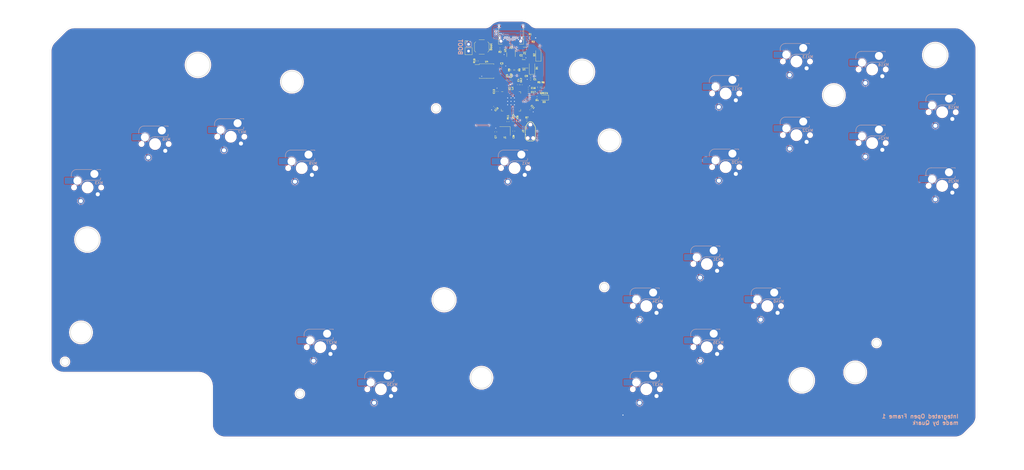
<source format=kicad_pcb>
(kicad_pcb (version 20221018) (generator pcbnew)
  (layers (0 "F.Cu" signal) (31 "B.Cu" signal) (34 "B.Paste" user) (35 "F.Paste" user) (36 "B.SilkS" user "B.Silkscreen") (37 "F.SilkS" user "F.Silkscreen") (38 "B.Mask" user) (39 "F.Mask" user) (44 "Edge.Cuts" user))
  (net 0 "")
  (net 1 "GND")
  (net 2 "+3V3")
  (net 3 "+5V")
  (net 4 "+1V1")
  (net 5 "XTAL_IN")
  (net 6 "/XTAL_O")
  (net 7 "Net-(D1-A)")
  (net 8 "3vCable")
  (net 9 "Net-(D3-A)")
  (net 10 "Net-(F1-Pad1)")
  (net 12 "Net-(J1-CC1)")
  (net 13 "DBUS+")
  (net 14 "DBUS-")
  (net 17 "DATA")
  (net 19 "Net-(J1-CC2)")
  (net 22 "Net-(J1-SHIELD)")
  (net 23 "SWD")
  (net 24 "~{RESET}")
  (net 25 "SWCLK")
  (net 27 "PICO_LED")
  (net 28 "VBUS_SENSE")
  (net 29 "D+")
  (net 30 "/D_+")
  (net 31 "D-")
  (net 32 "/D_-")
  (net 33 "/~{USB_BOOT}")
  (net 34 "CS")
  (net 35 "XTAL_OUT")
  (net 36 "START")
  (net 38 "RIGHT")
  (net 39 "DOWN")
  (net 40 "LEFT")
  (net 41 "L")
  (net 42 "M1")
  (net 43 "M2")
  (net 48 "C_UP")
  (net 49 "C_LT")
  (net 50 "A")
  (net 51 "C_DN")
  (net 52 "C_RT")
  (net 53 "UP")
  (net 54 "MS")
  (net 55 "Z")
  (net 56 "LS")
  (net 57 "X")
  (net 58 "Y")
  (net 60 "B")
  (net 61 "R")
  (net 63 "SD3")
  (net 64 "QSPI_CLK")
  (net 65 "SD0")
  (net 66 "SD2")
  (net 67 "SD1")
  (footprint "Resistor_SMD:R_0603_1608Metric" (layer "F.Cu") (at 217.405999 47.670484 90)
    (fp_text reference "R6")
    (fp_text value "10k")
  )
  (footprint "Resistor_SMD:R_0402_1005Metric" (layer "F.Cu") (at 215.165999 51.575484)
    (fp_text reference "R4")
    (fp_text value "470")
  )
  (footprint "PCM_marbastlib-mx:SW_MX_1u" (layer "F.Cu") (at 340.685032 40.980746 180)
    (fp_text reference "MX15" hide)
    (fp_text value "MX_SW_solder" hide)
  )
  (footprint "PCM_marbastlib-mx:SW_MX_1u" (layer "F.Cu") (at 285.812032 50.001746 180)
    (fp_text reference "MX12" hide)
    (fp_text value "MX_SW_solder" hide)
  )
  (footprint "Package_TO_SOT_SMD:SOT-23" (layer "F.Cu") (at 210.188499 38.885484 180)
    (fp_text reference "U1")
    (fp_text value "XC6206")
  )
  (footprint "PCM_marbastlib-mx:SW_MX_1u" (layer "F.Cu") (at 206.750032 77.984746 180)
    (fp_text reference "MX2" hide)
    (fp_text value "MX_SW_solder" hide)
  )
  (footprint "PCM_marbastlib-mx:SW_MX_1u" (layer "F.Cu") (at 256.110032 129.720746 180)
    (fp_text reference "MX33" hide)
    (fp_text value "MX_SW_solder" hide)
  )
  (footprint "Capacitor_SMD:C_0402_1005Metric" (layer "F.Cu") (at 203.891999 44.927734 90)
    (fp_text reference "C5")
    (fp_text value "100nF")
  )
  (footprint "Capacitor_SMD:C_0402_1005Metric" (layer "F.Cu") (at 211.892999 49.499734)
    (fp_text reference "C17")
    (fp_text value "100nF")
  )
  (footprint "PCM_marbastlib-mx:SW_MX_1u" (layer "F.Cu") (at 46.810032 85.250746 180)
    (fp_text reference "MX4" hide)
    (fp_text value "MX_SW_solder" hide)
  )
  (footprint "PCM_marbastlib-mx:SW_MX_1u" (layer "F.Cu") (at 133.977032 145.135746 180)
    (fp_text reference "MX28" hide)
    (fp_text value "MX_SW_solder" hide)
  )
  (footprint "Package_SO:SOIC-8_5.23x5.23mm_P1.27mm" (layer "F.Cu") (at 196.285999 41.615484)
    (fp_text reference "U4")
    (fp_text value "W25Q128JVS")
  )
  (footprint "Capacitor_SMD:C_0402_1005Metric" (layer "F.Cu") (at 205.415999 44.927734 90)
    (fp_text reference "C10")
    (fp_text value "1uF")
  )
  (footprint "PCM_marbastlib-mx:SW_MX_1u" (layer "F.Cu") (at 278.797032 113.950746 180)
    (fp_text reference "MX32" hide)
    (fp_text value "MX_SW_solder" hide)
  )
  (footprint "PCM_marbastlib-mx:SW_MX_1u" (layer "F.Cu") (at 256.110032 160.905746 180)
    (fp_text reference "MX38" hide)
    (fp_text value "MX_SW_solder" hide)
  )
  (footprint "Capacitor_SMD:C_0402_1005Metric" (layer "F.Cu") (at 199.700999 64.374502 -90)
    (fp_text reference "C7")
    (fp_text value "22pF")
  )
  (footprint "Resistor_SMD:R_0603_1608Metric" (layer "F.Cu") (at 207.375999 41.205484 -90)
    (fp_text reference "R9")
    (fp_text value "27")
  )
  (footprint "footprints:TYPE-C_24P_QCHT" (layer "F.Cu") (at 205.414499 26.065484 180)
    (fp_text reference "J1")
    (fp_text value "USB C Connector")
  )
  (footprint "PCM_marbastlib-mx:SW_MX_1u" (layer "F.Cu") (at 366.908032 84.626746 180)
    (fp_text reference "MX26" hide)
    (fp_text value "MX_SW_solder" hide)
  )
  (footprint "PCM_marbastlib-mx:SW_MX_1u" (layer "F.Cu") (at 156.665032 160.904746 180)
    (fp_text reference "MX29" hide)
    (fp_text value "MX_SW_solder" hide)
  )
  (footprint "Capacitor_SMD:C_0402_1005Metric" (layer "F.Cu") (at 211.892999 47.975734)
    (fp_text reference "C16")
    (fp_text value "100nF")
  )
  (footprint "PCM_marbastlib-mx:SW_MX_1u" (layer "F.Cu") (at 72.090032 68.947746 180)
    (fp_text reference "MX5" hide)
    (fp_text value "MX_SW_solder" hide)
  )
  (footprint "Package_TO_SOT_SMD:SOT-23-6" (layer "F.Cu") (at 205.415999 35.415484 -90)
    (fp_text reference "U2")
    (fp_text value "USBLC6-2SC6")
  )
  (footprint "Capacitor_SMD:C_0402_1005Metric" (layer "F.Cu") (at 209.735999 36.645484 180)
    (fp_text reference "C2")
    (fp_text value "1uF")
  )
  (footprint "Capacitor_SMD:C_0402_1005Metric" (layer "F.Cu") (at 201.935999 39.705484)
    (fp_text reference "C3")
    (fp_text value "100nF")
  )
  (footprint "Diode_SMD:D_SOD-123" (layer "F.Cu") (at 215.665999 35.545484 90)
    (fp_text reference "D2")
    (fp_text value "Schottky Diode")
  )
  (footprint "footprints:RP2040-QFN-56" (layer "F.Cu") (at 205.415999 52.960484)
    (fp_text reference "U3")
    (fp_text value "RP2040")
  )
  (footprint "Connector_PinHeader_2.54mm:PinHeader_1x02_P2.54mm_Vertical" (layer "F.Cu") (at 189.51 31.555)
    (fp_text reference "J3" hide)
    (fp_text value "Conn_01x02_Pin")
  )
  (footprint "Capacitor_SMD:C_0402_1005Metric" (layer "F.Cu") (at 212.755999 44.690484)
    (fp_text reference "C1")
    (fp_text value "1uF")
  )
  (footprint "Button_Switch_SMD:SW_SPST_SKQG_WithStem" (layer "F.Cu") (at 194.445999 32.565484 -90)
    (fp_text reference "SW1" hide)
    (fp_text value "Boot")
  )
  (footprint "Resistor_SMD:R_0402_1005Metric" (layer "F.Cu") (at 192.685999 37.785484 -90)
    (fp_text reference "R10")
    (fp_text value "1k")
  )
  (footprint "Fuse:Fuse_1206_3216Metric" (layer "F.Cu") (at 210.545999 33.525484)
    (fp_text reference "F1")
    (fp_text value "500 mA")
  )
  (footprint "Resistor_SMD:R_0603_1608Metric" (layer "F.Cu") (at 205.845999 41.205484 -90)
    (fp_text reference "R8")
    (fp_text value "27")
  )
  (footprint "PCM_marbastlib-mx:SW_MX_1u" (layer "F.Cu") (at 340.685032 68.590746 180)
    (fp_text reference "MX23" hide)
    (fp_text value "MX_SW_solder" hide)
  )
  (footprint "PCM_marbastlib-mx:SW_MX_1u" (layer "F.Cu") (at 312.330032 38.005746 180)
    (fp_text reference "MX14" hide)
    (fp_text value "MX_SW_solder" hide)
  )
  (footprint "Capacitor_SMD:C_0402_1005Metric" (layer "F.Cu") (at 206.403749 64.120502 90)
    (fp_text reference "C8")
    (fp_text value "22pF")
  )
  (footprint "marbastlib-various:CON_TC2030_outlined" (layer "F.Cu") (at 212.685999 64.185484 -90)
    (fp_text reference "J2")
    (fp_text value "JTAG_TC2030")
  )
  (footprint "PCM_marbastlib-mx:SW_MX_1u" (layer "F.Cu") (at 278.797032 145.135746 180)
    (fp_text reference "MX36" hide)
    (fp_text value "MX_SW_solder" hide)
  )
  (footprint "Resistor_SMD:R_0402_1005Metric" (layer "F.Cu") (at 204.272999 60.548734 90)
    (fp_text reference "R11")
    (fp_text value "1k")
  )
  (footprint "PCM_marbastlib-mx:SW_MX_1u" (layer "F.Cu") (at 366.908032 57.016746 180)
    (fp_text reference "MX17" hide)
    (fp_text value "MX_SW_solder" hide)
  )
  (footprint "PCM_marbastlib-mx:SW_MX_1u" (layer "F.Cu") (at 301.454032 129.720746 180)
    (fp_text reference "MX39" hide)
    (fp_text value "MX_SW_solder" hide)
  )
  (footprint "Capacitor_SMD:C_0402_1005Metric" (layer "F.Cu") (at 206.304999 60.548734 -90)
    (fp_text reference "C14")
    (fp_text value "100nF")
  )
  (footprint "Resistor_SMD:R_0603_1608Metric" (layer "F.Cu") (at 215.865999 47.670484 -90)
    (fp_text reference "R5")
    (fp_text value "5.6k")
  )
  (footprint "Resistor_SMD:R_0402_1005Metric" (layer "F.Cu") (at 212.095999 30.635484)
    (fp_text reference "R3")
    (fp_text value "5.1k")
  )
  (footprint "PCM_marbastlib-mx:SW_MX_1u" (layer "F.Cu") (at 285.812032 77.610746 180)
    (fp_text reference "MX19" hide)
    (fp_text value "MX_SW_solder" hide)
  )
  (footprint "Capacitor_SMD:C_0402_1005Metric" (layer "F.Cu") (at 209.197749 46.721502 90)
    (fp_text reference "C12")
    (fp_text value "100nF")
  )
  (footprint "PCM_marbastlib-mx:SW_MX_1u" (layer "F.Cu") (at 312.330032 65.615746 180)
    (fp_text reference "MX21" hide)
    (fp_text value "MX_SW_solder" hide)
  )
  (footprint "PCM_marbastlib-mx:SW_MX_1u" (layer "F.Cu") (at 100.446032 66.221746 180)
    (fp_text reference "MX8" hide)
    (fp_text value "MX_SW_solder" hide)
  )
  (footprint "Capacitor_SMD:C_0402_1005Metric" (layer "F.Cu") (at 207.828999 60.548734 -90)
    (fp_text reference "C6")
    (fp_text value "100nF")
  )
  (footprint "Resistor_SMD:R_0402_1005Metric" (layer "F.Cu") (at 211.335999 59.995484 180)
    (fp_text reference "R7")
    (fp_text value "10k")
  )
  (footprint "Capacitor_SMD:C_0402_1005Metric" (layer "F.Cu") (at 212.721999 55.881377 -45)
    (fp_text reference "C11")
    (fp_text value "100nF")
  )
  (footprint "LED_SMD:LED_0805_2012Metric" (layer "F.Cu") (at 217.793499 51.565484 180)
    (fp_text reference "D3")
    (fp_text value "GREEN")
  )
  (footprint "Capacitor_SMD:C_0402_1005Metric" (layer "F.Cu") (at 200.180749 49.261502 90)
    (fp_text reference "C13")
    (fp_text value "100nF")
  )
  (footprint "Crystal:Crystal_SMD_3225-4Pin_3.2x2.5mm" (layer "F.Cu") (at 203.129999 64.104734 180)
    (fp_text reference "Y1")
    (fp_text value "12MHz")
  )
  (footprint "Resistor_SMD:R_0603_1608Metric" (layer "F.Cu") (at 212.58 29.17 180)
    (fp_text reference "R1")
    (fp_text value "1M")
  )
  (footprint "PCM_marbastlib-mx:SW_MX_1u" (layer "F.Cu") (at 127.018032 77.984746 180)
    (fp_text reference "MX10" hide)
    (fp_text value "MX_SW_solder" hide)
  )
  (footprint "Resistor_SMD:R_0402_1005Metric" (layer "F.Cu") (at 201.265999 33.295484 180)
    (fp_text reference "R2")
    (fp_text value "5.1k")
  )
  (footprint "Capacitor_SMD:C_0402_1005Metric" (layer "F.Cu") (at 199.164749 55.103502 -135)
    (fp_text reference "C15")
    (fp_text value "100nF")
  )
  (footprint "Diode_SMD:D_SOD-123" (layer "F.Cu") (at 213.285999 40.475484 90)
    (fp_text reference "D1")
    (fp_text value "Schottky Diode")
  )
  (footprint "Capacitor_SMD:C_0402_1005Metric" (layer "F.Cu") (at 208.181749 46.721502 90)
    (fp_text reference "C4")
    (fp_text value "1uF")
  )
  (footprint "Capacitor_SMD:C_0402_1005Metric" (layer "F.Cu") (at 212.755999 43.490484 180)
    (fp_text reference "C9")
    (fp_text value "10uF")
  )
  (footprint "PCM_marbastlib-mx:SW_MX_HS_1u" (layer "B.Cu") (at 256.110032 160.905746 180)
    (fp_text reference "MX37")
    (fp_text value "MX_SW_HS" hide)
  )
  (footprint "PCM_marbastlib-mx:SW_MX_HS_1u" (layer "B.Cu") (at 366.908032 84.626746 180)
    (fp_text reference "MX25")
    (fp_text value "MX_SW_HS" hide)
  )
  (footprint "PCM_marbastlib-mx:SW_MX_HS_1u" (layer "B.Cu") (at 340.685032 68.590746 180)
    (fp_text reference "MX24")
    (fp_text value "MX_SW_HS" hide)
  )
  (footprint "PCM_marbastlib-mx:SW_MX_HS_1u" (layer "B.Cu") (at 100.446032 66.221746 180)
    (fp_text reference "MX7")
    (fp_text value "MX_SW_HS" hide)
  )
  (footprint "PCM_marbastlib-mx:SW_MX_HS_1u" (layer "B.Cu") (at 340.685032 40.980746 180)
    (fp_text reference "MX16")
    (fp_text value "MX_SW_HS" hide)
  )
  (footprint "PCM_marbastlib-mx:SW_MX_HS_1u" (layer "B.Cu") (at 278.797032 145.135746 180)
    (fp_text reference "MX35")
    (fp_text value "MX_SW_HS" hide)
  )
  (footprint "PCM_marbastlib-mx:SW_MX_HS_1u" (layer "B.Cu") (at 156.665032 160.904746 180)
    (fp_text reference "MX30")
    (fp_text value "MX_SW_HS" hide)
  )
  (footprint "PCM_marbastlib-mx:SW_MX_HS_1u" (layer "B.Cu") (at 256.110032 129.720746 180)
    (fp_text reference "MX34")
    (fp_text value "MX_SW_HS" hide)
  )
  (footprint "PCM_marbastlib-mx:SW_MX_HS_1u" (layer "B.Cu") (at 133.977032 145.135746 180)
    (fp_text reference "MX27")
    (fp_text value "MX_SW_HS" hide)
  )
  (footprint "PCM_marbastlib-mx:SW_MX_HS_1u" (layer "B.Cu") (at 278.797032 113.950746 180)
    (fp_text reference "MX31")
    (fp_text value "MX_SW_HS" hide)
  )
  (footprint "PCM_marbastlib-mx:SW_MX_HS_1u" (layer "B.Cu") (at 127.018032 77.984746 180)
    (fp_text reference "MX9")
    (fp_text value "MX_SW_HS" hide)
  )
  (footprint "PCM_marbastlib-mx:SW_MX_HS_1u" (layer "B.Cu") (at 285.812032 50.001746 180)
    (fp_text reference "MX11")
    (fp_text value "MX_SW_HS" hide)
  )
  (footprint "PCM_marbastlib-mx:SW_MX_HS_1u" (layer "B.Cu") (at 46.810032 85.250746 180)
    (fp_text reference "MX3")
    (fp_text value "MX_SW_HS" hide)
  )
  (footprint "PCM_marbastlib-mx:SW_MX_HS_1u" (layer "B.Cu") (at 366.908032 57.016746 180)
    (fp_text reference "MX18")
    (fp_text value "MX_SW_HS" hide)
  )
  (footprint "PCM_marbastlib-mx:SW_MX_HS_1u" (layer "B.Cu") (at 301.454032 129.720746 180)
    (fp_text reference "MX40")
    (fp_text value "MX_SW_HS" hide)
  )
  (footprint "PCM_marbastlib-mx:SW_MX_HS_1u" (layer "B.Cu") (at 312.330032 38.005746 180)
    (fp_text reference "MX13")
    (fp_text value "MX_SW_HS" hide)
  )
  (footprint "PCM_marbastlib-mx:SW_MX_HS_1u" (layer "B.Cu") (at 206.750032 77.984746 180)
    (fp_text reference "MX1")
    (fp_text value "MX_SW_HS" hide)
  )
  (footprint "PCM_marbastlib-mx:SW_MX_HS_1u" (layer "B.Cu") (at 312.330032 65.615746 180)
    (fp_text reference "MX22")
    (fp_text value "MX_SW_HS" hide)
  )
  (footprint "PCM_marbastlib-mx:SW_MX_HS_1u" (layer "B.Cu") (at 72.090032 68.947746 180)
    (fp_text reference "MX6")
    (fp_text value "MX_SW_HS" hide)
  )
  (footprint "PCM_marbastlib-mx:SW_MX_HS_1u" (layer "B.Cu") (at 285.812032 77.610746 180)
    (fp_text reference "MX20")
    (fp_text value "MX_SW_HS" hide)
  )
  (gr_line (start 379.845032 33.157814) (end 379.845032 171.015678) (stroke (width 0.05)) (layer "Edge.Cuts"))
  (gr_circle (center 88.145032 39.286746) (end 92.645032 39.286746) (stroke (width 0.2)) (fill none) (layer "Edge.Cuts"))
  (gr_arc (start 88.28 154.83) (mid 91.815534 156.294466) (end 93.28 159.83) (stroke (width 0.05)) (layer "Edge.Cuts"))
  (gr_line (start 196.767323 24.8756) (end 197.054741 24.731891) (stroke (width 0.05)) (layer "Edge.Cuts"))
  (gr_circle (center 123.345032 45.586746) (end 127.345032 45.586746) (stroke (width 0.2)) (fill none) (layer "Edge.Cuts"))
  (gr_arc (start 37.845032 154.83) (mid 34.309498 153.365534) (end 32.845032 149.83) (stroke (width 0.05)) (layer "Edge.Cuts"))
  (gr_arc (start 371.773964 25.086746) (mid 373.687386 25.467339) (end 375.309498 26.551212) (stroke (width 0.05)) (layer "Edge.Cuts"))
  (gr_circle (center 177.345032 55.586746) (end 178.845032 55.586746) (stroke (width 0.2)) (fill none) (layer "Edge.Cuts"))
  (gr_circle (center 180.345032 127.386746) (end 184.595032 127.386746) (stroke (width 0.2)) (fill none) (layer "Edge.Cuts"))
  (gr_line (start 197.574528 24.35725) (end 197.880566 24.051212) (stroke (width 0.05)) (layer "Edge.Cuts"))
  (gr_arc (start 196.767323 24.8756) (mid 196.332401 25.033239) (end 195.872895 25.086746) (stroke (width 0.05)) (layer "Edge.Cuts"))
  (gr_circle (center 38.345032 150.586746) (end 39.845032 150.586746) (stroke (width 0.2)) (fill none) (layer "Edge.Cuts"))
  (gr_arc (start 38.380566 26.551212) (mid 40.002683 25.467348) (end 41.9161 25.086746) (stroke (width 0.05)) (layer "Edge.Cuts"))
  (gr_line (start 201.4161 22.586746) (end 209.273964 22.586746) (stroke (width 0.05)) (layer "Edge.Cuts"))
  (gr_circle (center 364.33 35.58) (end 368.83 35.58) (stroke (width 0.2)) (fill none) (layer "Edge.Cuts"))
  (gr_circle (center 334.345032 154.586746) (end 338.345032 154.586746) (stroke (width 0.2)) (fill none) (layer "Edge.Cuts"))
  (gr_line (start 371.773964 179.086746) (end 98.28 179.086746) (stroke (width 0.05)) (layer "Edge.Cuts"))
  (gr_arc (start 32.845032 34.157814) (mid 33.225632 32.244396) (end 34.309498 30.62228) (stroke (width 0.05)) (layer "Edge.Cuts"))
  (gr_circle (center 126.345032 162.586746) (end 127.845032 162.586746) (stroke (width 0.2)) (fill none) (layer "Edge.Cuts"))
  (gr_arc (start 197.574528 24.35725) (mid 197.329735 24.565521) (end 197.054741 24.731891) (stroke (width 0.05)) (layer "Edge.Cuts"))
  (gr_circle (center 326.345032 50.586746) (end 330.345032 50.586746) (stroke (width 0.2)) (fill none) (layer "Edge.Cuts"))
  (gr_arc (start 378.380566 29.62228) (mid 379.46443 31.244397) (end 379.845032 33.157814) (stroke (width 0.05)) (layer "Edge.Cuts"))
  (gr_arc (start 375.309498 177.62228) (mid 373.687381 178.706144) (end 371.773964 179.086746) (stroke (width 0.05)) (layer "Edge.Cuts"))
  (gr_arc (start 214.817168 25.086746) (mid 214.357662 25.033244) (end 213.922741 24.8756) (stroke (width 0.05)) (layer "Edge.Cuts"))
  (gr_arc (start 213.635324 24.731892) (mid 213.360329 24.565523) (end 213.115537 24.357251) (stroke (width 0.05)) (layer "Edge.Cuts"))
  (gr_line (start 378.380566 174.551212) (end 375.309498 177.62228) (stroke (width 0.05)) (layer "Edge.Cuts"))
  (gr_arc (start 379.845032 171.015678) (mid 379.464439 172.929102) (end 378.380566 174.551212) (stroke (width 0.05)) (layer "Edge.Cuts"))
  (gr_circle (center 314.345032 157.586746) (end 318.845032 157.586746) (stroke (width 0.2)) (fill none) (layer "Edge.Cuts"))
  (gr_circle (center 240.345032 122.586746) (end 241.845032 122.586746) (stroke (width 0.2)) (fill none) (layer "Edge.Cuts"))
  (gr_line (start 214.817168 25.086746) (end 371.773964 25.086746) (stroke (width 0.05)) (layer "Edge.Cuts"))
  (gr_line (start 34.309498 30.62228) (end 38.380566 26.551212) (stroke (width 0.05)) (layer "Edge.Cuts"))
  (gr_circle (center 46.745032 104.786746) (end 51.245032 104.786746) (stroke (width 0.2)) (fill none) (layer "Edge.Cuts"))
  (gr_line (start 375.309498 26.551212) (end 378.380566 29.62228) (stroke (width 0.05)) (layer "Edge.Cuts"))
  (gr_circle (center 194.345032 156.586746) (end 198.345032 156.586746) (stroke (width 0.2)) (fill none) (layer "Edge.Cuts"))
  (gr_line (start 212.809498 24.051212) (end 213.115537 24.357251) (stroke (width 0.05)) (layer "Edge.Cuts"))
  (gr_line (start 37.845032 154.83) (end 88.28 154.83) (stroke (width 0.05)) (layer "Edge.Cuts"))
  (gr_arc (start 98.28 179.086746) (mid 94.744468 177.62228) (end 93.28 174.086746) (stroke (width 0.05)) (layer "Edge.Cuts"))
  (gr_line (start 32.845032 149.83) (end 32.845032 34.157814) (stroke (width 0.05)) (layer "Edge.Cuts"))
  (gr_circle (center 242.345032 67.586746) (end 246.345032 67.586746) (stroke (width 0.2)) (fill none) (layer "Edge.Cuts"))
  (gr_circle (center 342.345032 143.586746) (end 343.845032 143.586746) (stroke (width 0.2)) (fill none) (layer "Edge.Cuts"))
  (gr_line (start 213.635324 24.731892) (end 213.922741 24.8756) (stroke (width 0.05)) (layer "Edge.Cuts"))
  (gr_arc (start 209.273964 22.586746) (mid 211.187381 22.967348) (end 212.809498 24.051212) (stroke (width 0.05)) (layer "Edge.Cuts"))
  (gr_circle (center 44.345032 139.586746) (end 48.345032 139.586746) (stroke (width 0.2)) (fill none) (layer "Edge.Cuts"))
  (gr_line (start 93.28 159.83) (end 93.28 174.086746) (stroke (width 0.05)) (layer "Edge.Cuts"))
  (gr_circle (center 232 41.88) (end 236.5 41.88) (stroke (width 0.2)) (fill none) (layer "Edge.Cuts"))
  (gr_arc (start 197.880566 24.051212) (mid 199.502683 22.967348) (end 201.4161 22.586746) (stroke (width 0.05)) (layer "Edge.Cuts"))
  (gr_line (start 41.9161 25.086746) (end 195.872895 25.086746) (stroke (width 0.05)) (layer "Edge.Cuts"))
  (gr_text "BOOT" (at 185.54 35.7 270) (layer "B.SilkS") (effects (font (size 1.5 1.5) (thickness 0.3) bold) (justify left bottom mirror)))
  (gr_text "Integrated Open Frame 1\nmade by Quark" (at 373.19 174.36) (layer "B.SilkS") (effects (font (size 1.5 1.5) (thickness 0.3) bold) (justify left bottom mirror)))
  (via (at 214.095999 43.540484) (size 0.6) (drill 0.3) (layers "F.Cu" "B.Cu") (net 0))
  (via (at 204.625749 43.800502) (size 0.6) (drill 0.3) (layers "F.Cu" "B.Cu") (net 0))
  (via (at 207.641999 43.308377) (size 0.6) (drill 0.3) (layers "F.Cu" "B.Cu") (net 0))
  (via (at 207.038749 61.961502) (size 0.6) (drill 0.3) (layers "F.Cu" "B.Cu") (net 0))
  (via (at 205.736999 43.308377) (size 0.6) (drill 0.3) (layers "F.Cu" "B.Cu") (net 0))
  (segment (start 212.275999 44.690484) (end 211.495999 44.690484) (width 0.5) (layer "F.Cu") (net 1))
  (segment (start 212.372999 47.975734) (end 212.372999 49.499734) (width 0.381) (layer "F.Cu") (net 1))
  (segment (start 208.164499 29.825484) (end 208.214499 29.775484) (width 0.2) (layer "F.Cu") (net 1))
  (segment (start 202.664499 29.825484) (end 202.614499 29.775484) (width 0.2) (layer "F.Cu") (net 1))
  (segment (start 213.45 29.17) (end 214.65 29.17) (width 0.5) (layer "F.Cu") (net 1))
  (segment (start 192.723499 43.515484) (end 194.448499 43.515484) (width 0.5) (layer "F.Cu") (net 1))
  (segment (start 204.415999 56.397984) (end 204.415999 57.119013) (width 0.2) (layer "F.Cu") (net 1))
  (segment (start 212.275999 43.490484) (end 212.275999 44.690484) (width 0.5) (layer "F.Cu") (net 1))
  (segment (start 213.737999 56.897377) (end 213.06141 56.220788) (width 0.2) (layer "F.Cu") (net 1))
  (segment (start 210.995999 36.645484) (end 211.005999 36.635484) (width 0.5) (layer "F.Cu") (net 1))
  (segment (start 204.107902 57.862825) (end 200.201424 61.769303) (width 0.2) (layer "F.Cu") (net 1))
  (segment (start 209.197749 46.241502) (end 209.197749 45.324502) (width 0.2) (layer "F.Cu") (net 1))
  (segment (start 211.495999 44.690484) (end 211.485999 44.700484) (width 0.5) (layer "F.Cu") (net 1))
  (segment (start 212.050999 65.455484) (end 210.848738 65.455484) (width 0.25) (layer "F.Cu") (net 1))
  (segment (start 202.664499 30.985484) (end 202.664499 29.825484) (width 0.2) (layer "F.Cu") (net 1))
  (segment (start 199.700999 62.977502) (end 199.700999 63.894502) (width 0.381) (layer "F.Cu") (net 1))
  (segment (start 202.415999 39.705484) (end 203.425999 39.705484) (width 0.5) (layer "F.Cu") (net 1))
  (segment (start 202.865999 35.385484) (end 202.835999 35.415484) (width 0.2) (layer "F.Cu") (net 1))
  (segment (start 198.825338 55.442913) (end 198.148749 56.119502) (width 0.381) (layer "F.Cu") (net 1))
  (segment (start 213.405 29.17) (end 213.45 29.17) (width 0.5) (layer "F.Cu") (net 1))
  (segment (start 204.799368 35.385484) (end 202.865999 35.385484) (width 0.2) (layer "F.Cu") (net 1))
  (segment (start 210.215999 36.645484) (end 210.995999 36.645484) (width 0.5) (layer "F.Cu") (net 1))
  (segment (start 212.372749 47.135484) (end 212.372749 47.975484) (width 0.381) (layer "F.Cu") (net 1))
  (segment (start 203.891999 44.447734) (end 205.415999 44.447734) (width 0.5) (layer "F.Cu") (net 1))
  (segment (start 208.164499 30.985484) (end 208.164499 29.825484) (width 0.2) (layer "F.Cu") (net 1))
  (segment (start 203.983021 64.954734) (end 202.283021 63.254734) (width 0.254) (layer "F.Cu") (net 1))
  (segment (start 206.403749 64.600502) (end 206.403749 65.644502) (width 0.381) (layer "F.Cu") (net 1))
  (segment (start 200.180749 48.781502) (end 200.180749 47.991502) (width 0.381) (layer "F.Cu") (net 1))
  (segment (start 205.415999 34.277984) (end 205.415999 34.768853) (width 0.2) (layer "F.Cu") (net 1))
  (segment (start 206.403749 64.600502) (end 204.584231 64.600502) (width 0.381) (layer "F.Cu") (net 1))
  (via (at 214.65 29.17) (size 0.8) (drill 0.4) (layers "F.Cu" "B.Cu") (net 1))
  (via (at 203.435999 39.695484) (size 0.6) (drill 0.3) (layers "F.Cu" "B.Cu") (net 1))
  (via (at 198.148749 56.119502) (size 0.6) (drill 0.3) (layers "F.Cu" "B.Cu") (net 1))
  (via (at 206.403749 65.644502) (size 0.6) (drill 0.3) (layers "F.Cu" "B.Cu") (net 1))
  (via (at 194.463499 43.530484) (size 0.6) (drill 0.3) (layers "F.Cu" "B.Cu") (net 1))
  (via (at 247.345032 170.586746) (size 0.5524) (drill 0.4) (layers "F.Cu" "B.Cu") (net 1))
  (via (at 202.835999 35.415484) (size 0.6) (drill 0.3) (layers "F.Cu" "B.Cu") (net 1))
  (via (at 210.848738 65.455484) (size 0.6) (drill 0.3) (layers "F.Cu" "B.Cu") (net 1))
  (via (at 211.005999 36.635484) (size 0.6) (drill 0.3) (layers "F.Cu" "B.Cu") (net 1))
  (via (at 200.180749 47.991502) (size 0.6) (drill 0.3) (layers "F.Cu" "B.Cu") (net 1))
  (via (at 213.737999 56.897377) (size 0.6) (drill 0.3) (layers "F.Cu" "B.Cu") (net 1))
  (via (at 209.197749 45.324502) (size 0.6) (drill 0.3) (layers "F.Cu" "B.Cu") (net 1))
  (via (at 212.372749 47.135484) (size 0.6) (drill 0.3) (layers "F.Cu" "B.Cu") (net 1))
  (via (at 211.485999 44.700484) (size 0.6) (drill 0.3) (layers "F.Cu" "B.Cu") (net 1))
  (via (at 199.700999 62.977502) (size 0.6) (drill 0.3) (layers "F.Cu" "B.Cu") (net 1))
  (arc (start 199.700999 62.977502) (mid 199.831055 62.3236) (end 200.201424 61.769303) (width 0.2) (layer "F.Cu") (net 1))
  (arc (start 204.415999 57.119013) (mid 204.335927 57.521561) (end 204.107902 57.862825) (width 0.2) (layer "F.Cu") (net 1))
  (arc (start 204.799368 35.385484) (mid 205.235392 35.204877) (end 205.415999 34.768853) (width 0.2) (layer "F.Cu") (net 1))
  (segment (start 206.690999 51.685484) (end 204.140999 51.685484) (width 0.635) (layer "B.Cu") (net 1))
  (segment (start 204.140999 54.235484) (end 204.440999 53.935484) (width 0.635) (layer "B.Cu") (net 1))
  (segment (start 204.140999 54.235484) (end 204.140999 51.685484) (width 0.635) (layer "B.Cu") (net 1))
  (segment (start 204.440999 53.935484) (end 206.390999 53.935484) (width 0.635) (layer "B.Cu") (net 1))
  (segment (start 206.690999 52.960484) (end 204.140999 52.960484) (width 0.635) (layer "B.Cu") (net 1))
  (segment (start 206.690999 54.235484) (end 206.690999 51.685484) (width 0.635) (layer "B.Cu") (net 1))
  (segment (start 205.415999 51.685484) (end 205.415999 54.235484) (width 0.635) (layer "B.Cu") (net 1))
  (segment (start 206.390999 53.935484) (end 206.690999 54.235484) (width 0.635) (layer "B.Cu") (net 1))
  (segment (start 200.506838 50.067591) (end 200.180749 49.741502) (width 0.2) (layer "F.Cu") (net 2))
  (segment (start 200.136267 54.159984) (end 199.545749 54.750502) (width 0.381) (layer "F.Cu") (net 2))
  (segment (start 211.618534 46.542056) (end 213.235999 44.924591) (width 0.5) (layer "F.Cu") (net 2))
  (segment (start 201.455999 40.735484) (end 201.455999 39.705484) (width 0.5) (layer "F.Cu") (net 2))
  (segment (start 205.768749 59.167502) (end 206.304999 59.703752) (width 0.5) (layer "F.Cu") (net 2))
  (segment (start 206.015999 49.522984) (end 206.015999 50.116734) (width 0.2) (layer "F.Cu") (net 2))
  (segment (start 205.768749 59.167502) (end 205.615999 59.014752) (width 0.2) (layer "F.Cu") (net 2))
  (segment (start 206.015999 49.522984) (end 206.015999 48.995419) (width 0.2) (layer "F.Cu") (net 2))
  (segment (start 205.615999 59.014752) (end 205.615999 56.397984) (width 0.2) (layer "F.Cu") (net 2))
  (segment (start 201.455999 39.705484) (end 199.910999 39.705484) (width 0.5) (layer "F.Cu") (net 2))
  (segment (start 205.641749 46.340502) (end 205.794149 46.492902) (width 0.2) (layer "F.Cu") (net 2))
  (segment (start 207.615999 49.522984) (end 208.015999 49.122984) (width 0.2) (layer "F.Cu") (net 2))
  (segment (start 205.615999 56.397984) (end 205.615999 55.668734) (width 0.2) (layer "F.Cu") (net 2))
  (segment (start 207.615999 50.048734) (end 207.615999 49.522984) (width 0.2) (layer "F.Cu") (net 2))
  (segment (start 214.530346 41.047745) (end 213.452607 42.125484) (width 0.5) (layer "F.Cu") (net 2))
  (segment (start 210.550142 50.067591) (end 211.117999 49.499734) (width 0.2) (layer "F.Cu") (net 2))
  (segment (start 205.641749 46.340502) (end 205.641749 45.928484) (width 0.2) (layer "F.Cu") (net 2))
  (segment (start 205.615999 48.957419) (end 205.615999 49.522984) (width 0.2) (layer "F.Cu") (net 2))
  (segment (start 211.412999 47.975734) (end 211.412999 49.499734) (width 0.381) (layer "F.Cu") (net 2))
  (segment (start 208.853499 53.960484) (end 210.441887 53.960484) (width 0.2) (layer "F.Cu") (net 2))
  (segment (start 211.117999 49.499734) (end 211.412999 49.499734) (width 0.381) (layer "F.Cu") (net 2))
  (segment (start 213.452607 42.125484) (end 213.285999 42.125484) (width 0.5) (layer "F.Cu") (net 2))
  (segment (start 206.304999 59.703752) (end 206.304999 60.068734) (width 0.5) (layer "F.Cu") (net 2))
  (segment (start 205.796999 48.610734) (end 205.733156 48.674577) (width 0.2) (layer "F.Cu") (net 2))
  (segment (start 213.285999 44.640484) (end 213.235999 44.690484) (width 0.5) (layer "F.Cu") (net 2))
  (segment (start 211.055124 54.214502) (end 212.382588 55.541966) (width 0.381) (layer "F.Cu") (net 2))
  (segment (start 208.853499 53.960484) (end 207.980999 53.960484) (width 0.2) (layer "F.Cu") (net 2))
  (segment (start 213.235999 44.924591) (end 213.235999 44.690484) (width 0.5) (layer "F.Cu") (net 2))
  (segment (start 211.248738 62.935484) (end 212.030999 62.935484) (width 0.5) (layer "F.Cu") (net 2))
  (segment (start 201.978499 53.960484) (end 202.733249 53.960484) (width 0.2) (layer "F.Cu") (net 2))
  (segment (start 208.015999 49.522984) (end 208.015999 48.797466) (width 0.2) (layer "F.Cu") (net 2))
  (segment (start 201.978499 53.960484) (end 200.617756 53.960484) (width 0.2) (layer "F.Cu") (net 2))
  (segment (start 213.285999 42.125484) (end 213.285999 44.640484) (width 0.5) (layer "F.Cu") (net 2))
  (segment (start 201.978499 50.360484) (end 203.145767 50.360484) (width 0.2) (layer "F.Cu") (net 2))
  (segment (start 205.898841 48.712576) (end 205.796999 48.610734) (width 0.2) (layer "F.Cu") (net 2))
  (segment (start 209.197749 47.201502) (end 210.02649 47.201502) (width 0.5) (layer "F.Cu") (net 2))
  (segment (start 208.853499 50.360484) (end 209.843035 50.360484) (width 0.2) (layer "F.Cu") (net 2))
  (segment (start 201.978499 50.360484) (end 201.213945 50.360484) (width 0.2) (layer "F.Cu") (net 2))
  (segment (start 205.641749 45.928484) (end 205.415999 45.702734) (width 0.2) (layer "F.Cu") (net 2))
  (segment (start 208.853499 50.360484) (end 207.984249 50.360484) (width 0.2) (layer "F.Cu") (net 2))
  (segment (start 207.984249 50.360484) (end 207.955999 50.388734) (width 0.2) (layer "F.Cu") (net 2))
  (segment (start 205.794149 48.607884) (end 205.796999 48.610734) (width 0.2) (layer "F.Cu") (net 2))
  (segment (start 205.615999 49.522984) (end 205.615999 50.378752) (width 0.2) (layer "F.Cu") (net 2))
  (segment (start 205.615999 50.378752) (end 205.641749 50.404502) (width 0.2) (layer "F.Cu") (net 2))
  (segment (start 205.794149 46.492902) (end 205.794149 48.607884) (width 0.2) (layer "F.Cu") (net 2))
  (segment (start 208.015999 50.321734) (end 208.082999 50.388734) (width 0.2) (layer "F.Cu") (net 2))
  (segment (start 202.733249 53.960484) (end 202.748999 53.944734) (width 0.2) (layer "F.Cu") (net 2))
  (segment (start 203.145767 50.360484) (end 203.228749 50.277502) (width 0.2) (layer "F.Cu") (net 2))
  (segment (start 207.955999 50.388734) (end 207.615999 50.048734) (width 0.2) (layer "F.Cu") (net 2))
  (segment (start 215.665999 37.195484) (end 215.665999 38.096169) (width 0.5) (layer "F.Cu") (net 2))
  (segment (start 208.308892 48.090359) (end 209.197749 47.201502) (width 0.2) (layer "F.Cu") (net 2))
  (segment (start 211.595999 61.817017) (end 211.595999 60.598946) (width 0.5) (layer "F.Cu") (net 2))
  (segment (start 208.015999 49.522984) (end 208.015999 50.321734) (width 0.2) (layer "F.Cu") (net 2))
  (via (at 201.455999 40.735484) (size 0.6) (drill 0.3) (layers "F.Cu" "B.Cu") (net 2))
  (via (at 205.641749 46.340502) (size 0.6) (drill 0.3) (layers "F.Cu" "B.Cu") (net 2))
  (via (at 205.768749 59.167502) (size 0.6) (drill 0.3) (layers "F.Cu" "B.Cu") (net 2))
  (via (at 211.248738 62.935484) (size 0.6) (drill 0.3) (layers "F.Cu" "B.Cu") (net 2))
  (arc (start 209.843035 50.360484) (mid 210.225718 50.284364) (end 210.550142 50.067591) (width 0.2) (layer "F.Cu") (net 2))
  (arc (start 211.845999 59.995484) (mid 211.660956 60.272389) (end 211.595999 60.598946) (width 0.5) (layer "F.Cu") (net 2))
  (arc (start 206.015999 48.995419) (mid 205.985551 48.842345) (end 205.898841 48.712576) (width 0.2) (layer "F.Cu") (net 2))
  (arc (start 211.595999 61.817017) (mid 211.71425 62.411503) (end 212.050999 62.915484) (width 0.5) (layer "F.Cu") (net 2))
  (arc (start 200.136267 54.159984) (mid 200.357233 54.012304) (end 200.617756 53.960484) (width 0.2) (layer "F.Cu") (net 2))
  (arc (start 211.618534 46.542056) (mid 210.888098 47.030118) (end 210.02649 47.201502) (width 0.5) (layer "F.Cu") (net 2))
  (arc (start 205.615999 48.957419) (mid 205.646447 48.804346) (end 205.733156 48.674577) (width 0.2) (layer "F.Cu") (net 2))
  (arc (start 215.665999 38.096169) (mid 215.371693 39.676908) (end 214.530346 41.047745) (width 0.5) (layer "F.Cu") (net 2))
  (arc (start 208.308892 48.090359) (mid 208.092119 48.414782) (end 208.015999 48.797466) (width 0.2) (layer "F.Cu") (net 2))
  (arc (start 200.506838 50.067591) (mid 200.831261 50.284364) (end 201.213945 50.360484) (width 0.2) (layer "F.Cu") (net 2))
  (arc (start 211.055124 54.214502) (mid 210.773761 54.026497) (end 210.441887 53.960484) (width 0.2) (layer "F.Cu") (net 2))
  (segment (start 205.768749 59.167502) (end 209.243838 62.642591) (width 0.5) (layer "B.Cu") (net 2))
  (segment (start 209.950945 62.935484) (end 211.248738 62.935484) (width 0.5) (layer "B.Cu") (net 2))
  (segment (start 202.459569 43.158322) (end 205.641749 46.340502) (width 0.5) (layer "B.Cu") (net 2))
  (arc (start 201.455999 40.735484) (mid 201.716818 42.046716) (end 202.459569 43.158322) (width 0.5) (layer "B.Cu") (net 2))
  (arc (start 209.243838 62.642591) (mid 209.568261 62.859364) (end 209.950945 62.935484) (width 0.5) (layer "B.Cu") (net 2))
  (segment (start 216.638791 44.282692) (end 216.393207 44.528276) (width 0.5) (layer "F.Cu") (net 3))
  (segment (start 210.575999 35.395484) (end 216.165999 35.395484) (width 0.5) (layer "F.Cu") (net 3))
  (segment (start 205.901684 35.385484) (end 210.240999 35.385484) (width 0.2) (layer "F.Cu") (net 3))
  (segment (start 215.865999 45.801068) (end 215.865999 46.845484) (width 0.5) (layer "F.Cu") (net 3))
  (segment (start 210.945999 35.395484) (end 210.575999 35.395484) (width 0.5) (layer "F.Cu") (net 3))
  (segment (start 211.945999 33.525484) (end 211.945999 34.395484) (width 0.5) (layer "F.Cu") (net 3))
  (segment (start 210.240999 35.385484) (end 210.250999 35.395484) (width 0.2) (layer "F.Cu") (net 3))
  (segment (start 217.165999 36.395484) (end 217.165999 43.0099) (width 0.5) (layer "F.Cu") (net 3))
  (segment (start 205.415999 35.992308) (end 205.415999 36.085484) (width 0.2) (layer "F.Cu") (net 3))
  (segment (start 210.575999 35.395484) (end 210.250999 35.395484) (width 0.5) (layer "F.Cu") (net 3))
  (segment (start 209.250999 36.395484) (end 209.250999 38.885484) (width 0.5) (layer "F.Cu") (net 3))
  (arc (start 211.945999 34.395484) (mid 211.653106 35.102591) (end 210.945999 35.395484) (width 0.5) (layer "F.Cu") (net 3))
  (arc (start 205.618842 35.502641) (mid 205.468708 35.727318) (end 205.415999 35.992308) (width 0.2) (layer "F.Cu") (net 3))
  (arc (start 216.165999 35.395484) (mid 216.873106 35.688377) (end 217.165999 36.395484) (width 0.5) (layer "F.Cu") (net 3))
  (arc (start 216.393207 44.528276) (mid 216.003016 45.112238) (end 215.865999 45.801068) (width 0.5) (layer "F.Cu") (net 3))
  (arc (start 205.901684 35.385484) (mid 205.748611 35.415932) (end 205.618842 35.502641) (width 0.2) (layer "F.Cu") (net 3))
  (arc (start 209.250999 36.395484) (mid 209.543892 35.688377) (end 210.250999 35.395484) (width 0.5) (layer "F.Cu") (net 3))
  (arc (start 216.638791 44.282692) (mid 217.028982 43.69873) (end 217.165999 43.0099) (width 0.5) (layer "F.Cu") (net 3))
  (segment (start 207.215999 49.522984) (end 207.215999 48.891771) (width 0.2) (layer "F.Cu") (net 4))
  (segment (start 204.780999 46.832734) (end 204.923106 46.974841) (width 0.2) (layer "F.Cu") (net 4))
  (segment (start 208.677517 60.068734) (end 207.828999 60.068734) (width 0.5) (layer "F.Cu") (net 4))
  (segment (start 206.015999 56.397984) (end 206.015999 57.54652) (width 0.2) (layer "F.Cu") (net 4))
  (segment (start 207.828999 60.022262) (end 207.828999 60.068734) (width 0.2) (layer "F.Cu") (net 4))
  (segment (start 204.780999 46.832734) (end 204.062383 46.114118) (width 0.381) (layer "F.Cu") (net 4))
  (segment (start 207.215999 49.522984) (end 207.215999 50.366734) (width 0.2) (layer "F.Cu") (net 4))
  (segment (start 205.215999 47.681948) (end 205.215999 49.522984) (width 0.2) (layer "F.Cu") (net 4))
  (segment (start 207.215999 50.366734) (end 207.066999 50.515734) (width 0.2) (layer "F.Cu") (net 4))
  (segment (start 206.308892 58.253627) (end 207.653241 59.597976) (width 0.2) (layer "F.Cu") (net 4))
  (segment (start 208.689749 60.056502) (end 208.677517 60.068734) (width 0.5) (layer "F.Cu") (net 4))
  (segment (start 207.728312 47.654939) (end 208.181749 47.201502) (width 0.2) (layer "F.Cu") (net 4))
  (via (at 208.689749 60.056502) (size 0.6) (drill 0.3) (layers "F.Cu" "B.Cu") (net 4))
  (via (at 206.149749 50.822734) (size 0.6) (drill 0.35) (layers "F.Cu" "B.Cu") (net 4))
  (via (at 206.022749 55.059984) (size 0.6) (drill 0.35) (layers "F.Cu" "B.Cu") (net 4))
  (via (at 204.780999 46.832734) (size 0.6) (drill 0.3) (layers "F.Cu" "B.Cu") (net 4))
  (arc (start 204.062383 46.114118) (mid 203.936281 45.925392) (end 203.891999 45.702734) (width 0.381) (layer "F.Cu") (net 4))
  (arc (start 204.923106 46.974841) (mid 205.139879 47.299264) (end 205.215999 47.681948) (width 0.2) (layer "F.Cu") (net 4))
  (arc (start 207.728312 47.654939) (mid 207.349145 48.222402) (end 207.215999 48.891771) (width 0.2) (layer "F.Cu") (net 4))
  (arc (start 206.308892 58.253627) (mid 206.092119 57.929204) (end 206.015999 57.54652) (width 0.2) (layer "F.Cu") (net 4))
  (arc (start 207.653241 59.597976) (mid 207.783317 59.792645) (end 207.828999 60.022262) (width 0.2) (layer "F.Cu") (net 4))
  (segment (start 206.022749 55.059984) (end 206.022749 57.69327) (width 0.381) (layer "B.Cu") (net 4))
  (segment (start 206.149749 50.822734) (end 205.073892 49.746877) (width 0.381) (layer "B.Cu") (net 4))
  (segment (start 204.780999 49.03977) (end 204.780999 46.832734) (width 0.381) (layer "B.Cu") (net 4))
  (segment (start 206.315642 58.400377) (end 207.678874 59.763609) (width 0.381) (layer "B.Cu") (net 4))
  (segment (start 208.385981 60.056502) (end 208.689749 60.056502) (width 0.381) (layer "B.Cu") (net 4))
  (arc (start 207.678874 59.763609) (mid 208.003297 59.980382) (end 208.385981 60.056502) (width 0.381) (layer "B.Cu") (net 4))
  (arc (start 206.315642 58.400377) (mid 206.098869 58.075954) (end 206.022749 57.69327) (width 0.381) (layer "B.Cu") (net 4))
  (arc (start 205.073892 49.746877) (mid 204.857119 49.422454) (end 204.780999 49.03977) (width 0.381) (layer "B.Cu") (net 4))
  (segment (start 200.716999 62.522351) (end 200.716999 62.994982) (width 0.2) (layer "F.Cu") (net 5))
  (segment (start 199.700999 64.854502) (end 201.929767 64.854502) (width 0.2) (layer "F.Cu") (net 5))
  (segment (start 204.815999 56.397984) (end 204.815999 57.303303) (width 0.2) (layer "F.Cu") (net 5))
  (segment (start 201.232304 64.239039) (end 201.947999 64.954734) (width 0.2) (layer "F.Cu") (net 5))
  (segment (start 204.521538 58.014195) (end 201.214532 61.321201) (width 0.2) (layer "F.Cu") (net 5))
  (arc (start 200.716999 62.522351) (mid 200.846304 61.872293) (end 201.214532 61.321201) (width 0.2) (layer "F.Cu") (net 5))
  (arc (start 200.716999 62.994982) (mid 200.850922 63.668261) (end 201.232304 64.239039) (width 0.2) (layer "F.Cu") (net 5))
  (arc (start 204.815999 57.303303) (mid 204.739471 57.688035) (end 204.521538 58.014195) (width 0.2) (layer "F.Cu") (net 5))
  (segment (start 206.403749 63.640502) (end 204.615767 63.640502) (width 0.2) (layer "F.Cu") (net 6))
  (segment (start 204.272999 63.211734) (end 204.272999 61.058734) (width 0.2) (layer "F.Cu") (net 6))
  (segment (start 213.254231 38.676047) (end 213.254231 38.793716) (width 0.5) (layer "F.Cu") (net 7))
  (segment (start 211.125999 37.935484) (end 212.285999 37.935484) (width 0.5) (layer "F.Cu") (net 7))
  (segment (start 213.254231 38.793716) (end 213.285999 38.825484) (width 0.5) (layer "F.Cu") (net 7))
  (arc (start 212.285999 37.935484) (mid 212.89476 38.142131) (end 213.254231 38.676047) (width 0.5) (layer "F.Cu") (net 7))
  (segment (start 203.014499 29.075484) (end 202.238813 28.299798) (width 0.2) (layer "F.Cu") (net 8))
  (segment (start 200.961684 27.831169) (end 199.835999 26.705484) (width 0.2) (layer "F.Cu") (net 8))
  (segment (start 216.18525 32.180749) (end 216.18525 32.641972) (width 0.2) (layer "F.Cu") (net 8))
  (segment (start 207.664499 30.985484) (end 207.664499 31.603348) (width 0.2) (layer "F.Cu") (net 8))
  (segment (start 214.65656 32.886045) (end 215.665999 33.895484) (width 0.2) (layer "F.Cu") (net 8))
  (segment (start 201.673128 28.065484) (end 201.52737 28.065484) (width 0.2) (layer "F.Cu") (net 8))
  (segment (start 208.131684 32.165484) (end 212.916972 32.165484) (width 0.2) (layer "F.Cu") (net 8))
  (via (at 216.18525 32.180749) (size 0.8) (drill 0.4) (layers "F.Cu" "B.Cu") (net 8))
  (via (at 199.835999 26.705484) (size 0.8) (drill 0.4) (layers "F.Cu" "B.Cu") (net 8))
  (arc (start 208.131684 32.165484) (mid 207.978611 32.135036) (end 207.848842 32.048327) (width 0.2) (layer "F.Cu") (net 8))
  (arc (start 207.664499 31.603348) (mid 207.712397 31.844145) (end 207.848842 32.048327) (width 0.2) (layer "F.Cu") (net 8))
  (arc (start 215.665999 33.895484) (mid 216.050313 33.320341) (end 216.18525 32.641972) (width 0.2) (layer "F.Cu") (net 8))
  (arc (start 202.238813 28.299798) (mid 201.979274 28.12638) (end 201.673128 28.065484) (width 0.2) (layer "F.Cu") (net 8))
  (arc (start 212.916972 32.165484) (mid 213.85843 32.352752) (end 214.65656 32.886045) (width 0.2) (layer "F.Cu") (net 8))
  (arc (start 201.52737 28.065484) (mid 201.221223 28.004587) (end 200.961684 27.831169) (width 0.2) (layer "F.Cu") (net 8))
  (segment (start 199.835999 26.705484) (end 210.42 26.705484) (width 0.2) (layer "B.Cu") (net 8))
  (segment (start 214.266447 30.636447) (end 215.545947 31.915947) (width 0.2) (layer "B.Cu") (net 8))
  (segment (start 213.127107 30.49) (end 213.912893 30.49) (width 0.2) (layer "B.Cu") (net 8))
  (segment (start 212.566447 30.136447) (end 212.773554 30.343554) (width 0.2) (layer "B.Cu") (net 8))
  (segment (start 212.42 28.705484) (end 212.42 29.782893) (width 0.2) (layer "B.Cu") (net 8))
  (arc (start 212.42 29.782893) (mid 212.45806 29.974235) (end 212.566447 30.136447) (width 0.2) (layer "B.Cu") (net 8))
  (arc (start 213.912893 30.49) (mid 214.104235 30.52806) (end 214.266447 30.636447) (width 0.2) (layer "B.Cu") (net 8))
  (arc (start 212.773554 30.343554) (mid 212.935766 30.45194) (end 213.127107 30.49) (width 0.2) (layer "B.Cu") (net 8))
  (arc (start 212.42 28.705484) (mid 211.834214 27.29127) (end 210.42 26.705484) (width 0.2) (layer "B.Cu") (net 8))
  (arc (start 215.545947 31.915947) (mid 215.839256 32.11193) (end 216.18525 32.180749) (width 0.2) (layer "B.Cu") (net 8))
  (segment (start 215.675999 51.575484) (end 216.845999 51.575484) (width 0.2) (layer "F.Cu") (net 9))
  (segment (start 216.845999 51.575484) (end 216.855999 51.565484) (width 0.2) (layer "F.Cu") (net 9))
  (segment (start 204.164499 30.985484) (end 204.164499 29.825484) (width 0.25) (layer "F.Cu") (net 10))
  (segment (start 206.664499 30.985484) (end 206.664499 31.239625) (width 0.2) (layer "F.Cu") (net 10))
  (segment (start 207.355999 32.775484) (end 207.793106 33.212591) (width 0.2) (layer "F.Cu") (net 10))
  (segment (start 204.164499 29.825484) (end 204.214499 29.775484) (width 0.25) (layer "F.Cu") (net 10))
  (segment (start 204.164499 30.985484) (end 204.164499 31.541207) (width 0.2) (layer "F.Cu") (net 10))
  (segment (start 206.664499 29.825484) (end 206.614499 29.775484) (width 0.25) (layer "F.Cu") (net 10))
  (segment (start 208.500213 33.505484) (end 209.385999 33.505484) (width 0.2) (layer "F.Cu") (net 10))
  (segment (start 206.664499 30.985484) (end 206.664499 29.825484) (width 0.25) (layer "F.Cu") (net 10))
  (segment (start 207.261551 32.681036) (end 207.355999 32.775484) (width 0.2) (layer "F.Cu") (net 10))
  (segment (start 203.757363 32.52412) (end 203.505999 32.775484) (width 0.2) (layer "F.Cu") (net 10))
  (via (at 203.505999 32.775484) (size 0.6) (drill 0.3) (layers "F.Cu" "B.Cu") (net 10))
  (via (at 207.355999 32.775484) (size 0.6) (drill 0.3) (layers "F.Cu" "B.Cu") (net 10))
  (arc (start 203.757363 32.52412) (mid 204.058688 32.073156) (end 204.164499 31.541207) (width 0.2) (layer "F.Cu") (net 10))
  (arc (start 207.261551 32.681036) (mid 206.819668 32.019711) (end 206.664499 31.239625) (width 0.2) (layer "F.Cu") (net 10))
  (arc (start 208.500213 33.505484) (mid 208.11753 33.429364) (end 207.793106 33.212591) (width 0.2) (layer "F.Cu") (net 10))
  (segment (start 203.505999 32.775484) (end 207.355999 32.775484) (width 0.2) (layer "B.Cu") (net 10))
  (segment (start 206.269767 31.695185) (end 206.223077 31.648495) (width 0.2) (layer "F.Cu") (net 12))
  (segment (start 207.435999 33.885484) (end 206.679067 33.128552) (width 0.2) (layer "F.Cu") (net 12))
  (segment (start 206.386174 32.421445) (end 206.386174 32.277274) (width 0.2) (layer "F.Cu") (net 12))
  (segment (start 206.164499 31.507074) (end 206.164499 30.985484) (width 0.2) (layer "F.Cu") (net 12))
  (segment (start 211.585999 30.635484) (end 211.585999 31.565984) (width 0.2) (layer "F.Cu") (net 12))
  (segment (start 206.321156 31.783445) (end 206.32153 31.78484) (width 0.2) (layer "F.Cu") (net 12))
  (via (at 211.585999 31.565984) (size 0.6) (drill 0.3) (layers "F.Cu" "B.Cu") (net 12))
  (via (at 207.445999 33.875484) (size 0.6) (drill 0.3) (layers "F.Cu" "B.Cu") (net 12))
  (arc (start 206.32153 31.78484) (mid 206.30155 31.736605) (end 206.269767 31.695185) (width 0.2) (layer "F.Cu") (net 12))
  (arc (start 206.321156 31.783445) (mid 206.36985 32.028229) (end 206.386174 32.277274) (width 0.2) (layer "F.Cu") (net 12))
  (arc (start 206.164499 31.507074) (mid 206.179723 31.58361) (end 206.223077 31.648495) (width 0.2) (layer "F.Cu") (net 12))
  (arc (start 206.386174 32.421445) (mid 206.462294 32.804128) (end 206.679067 33.128552) (width 0.2) (layer "F.Cu") (net 12))
  (segment (start 207.445999 33.875484) (end 209.860429 33.875484) (width 0.2) (layer "B.Cu") (net 12))
  (segment (start 211.585999 32.149914) (end 211.585999 31.565984) (width 0.2) (layer "B.Cu") (net 12))
  (arc (start 211.585999 32.149914) (mid 211.080591 33.370076) (end 209.860429 33.875484) (width 0.2) (layer "B.Cu") (net 12))
  (segment (start 206.073106 33.432591) (end 205.957392 33.316877) (width 0.2) (layer "F.Cu") (net 13))
  (segment (start 205.664499 32.60977) (end 205.664499 30.985484) (width 0.2) (layer "F.Cu") (net 13))
  (segment (start 206.365999 34.277984) (end 206.365999 34.139698) (width 0.2) (layer "F.Cu") (net 13))
  (via (at 205.763999 32.075484) (size 0.6) (drill 0.3) (layers "F.Cu" "B.Cu") (net 13))
  (arc (start 206.365999 34.139698) (mid 206.289879 33.757015) (end 206.073106 33.432591) (width 0.2) (layer "F.Cu") (net 13))
  (arc (start 205.664499 32.60977) (mid 205.740619 32.992453) (end 205.957392 33.316877) (width 0.2) (layer "F.Cu") (net 13))
  (segment (start 205.763999 32.075484) (end 205.504494 31.815979) (width 0.2) (layer "B.Cu") (net 13))
  (segment (start 205.014499 30.633026) (end 205.014499 29.775484) (width 0.2) (layer "B.Cu") (net 13))
  (arc (start 205.014499 30.633026) (mid 205.141845 31.273235) (end 205.504494 31.815979) (width 0.2) (layer "B.Cu") (net 13))
  (segment (start 205.164499 32.58277) (end 205.164499 30.985484) (width 0.2) (layer "F.Cu") (net 14))
  (segment (start 205.164499 30.951198) (end 205.164497 30.817359) (width 0.2) (layer "F.Cu") (net 14))
  (segment (start 205.164499 30.985484) (end 205.164499 30.951198) (width 0.2) (layer "F.Cu") (net 14))
  (segment (start 204.465999 34.277984) (end 204.465999 34.109698) (width 0.2) (layer "F.Cu") (net 14))
  (segment (start 204.758892 33.402591) (end 204.871606 33.289877) (width 0.2) (layer "F.Cu") (net 14))
  (segment (start 205.362745 30.338738) (end 205.814499 29.886984) (width 0.2) (layer "F.Cu") (net 14))
  (segment (start 205.814499 29.886984) (end 205.814499 29.775484) (width 0.2) (layer "F.Cu") (net 14))
  (arc (start 205.164497 30.817359) (mid 205.216018 30.558331) (end 205.362745 30.338738) (width 0.2) (layer "F.Cu") (net 14))
  (arc (start 204.465999 34.109698) (mid 204.542119 33.727015) (end 204.758892 33.402591) (width 0.2) (layer "F.Cu") (net 14))
  (arc (start 205.164499 32.58277) (mid 205.088379 32.965453) (end 204.871606 33.289877) (width 0.2) (layer "F.Cu") (net 14))
  (segment (start 210.771714 50.867591) (end 210.900928 50.738377) (width 0.2) (layer "F.Cu") (net 17))
  (segment (start 203.164499 30.985484) (end 203.164499 31.28277) (width 0.25) (layer "F.Cu") (net 17))
  (segment (start 200.383106 32.192591) (end 200.228892 32.038377) (width 0.25) (layer "F.Cu") (net 17))
  (segment (start 202.871606 31.989877) (end 202.668892 32.192591) (width 0.25) (layer "F.Cu") (net 17))
  (segment (start 208.853499 51.160484) (end 210.064607 51.160484) (width 0.2) (layer "F.Cu") (net 17))
  (segment (start 201.961785 32.485484) (end 201.090213 32.485484) (width 0.25) (layer "F.Cu") (net 17))
  (segment (start 199.935999 31.33127) (end 199.935999 27.805484) (width 0.25) (layer "F.Cu") (net 17))
  (segment (start 211.608035 50.445484) (end 212.395999 50.445484) (width 0.2) (layer "F.Cu") (net 17))
  (via (at 212.359113 50.433484) (size 0.6) (drill 0.3) (layers "F.Cu" "B.Cu") (net 17))
  (via (at 199.935999 27.805484) (size 0.8) (drill 0.4) (layers "F.Cu" "B.Cu") (net 17))
  (arc (start 211.608035 50.445484) (mid 211.225352 50.521604) (end 210.900928 50.738377) (width 0.2) (layer "F.Cu") (net 17))
  (arc (start 201.090213 32.485484) (mid 200.70753 32.409364) (end 200.383106 32.192591) (width 0.25) (layer "F.Cu") (net 17))
  (arc (start 210.064607 51.160484) (mid 210.44729 51.084364) (end 210.771714 50.867591) (width 0.2) (layer "F.Cu") (net 17))
  (arc (start 202.871606 31.989877) (mid 203.088379 31.665454) (end 203.164499 31.28277) (width 0.25) (layer "F.Cu") (net 17))
  (arc (start 202.668892 32.192591) (mid 202.344469 32.409364) (end 201.961785 32.485484) (width 0.25) (layer "F.Cu") (net 17))
  (arc (start 200.228892 32.038377) (mid 200.012119 31.713954) (end 199.935999 31.33127) (width 0.25) (layer "F.Cu") (net 17))
  (segment (start 207.425892 28.098377) (end 207.814499 28.486984) (width 0.25) (layer "B.Cu") (net 17))
  (segment (start 207.814499 28.486984) (end 208.153106 28.148377) (width 0.25) (layer "B.Cu") (net 17))
  (segment (start 208.860213 27.855484) (end 210.293358 27.855484) (width 0.25) (layer "B.Cu") (net 17))
  (segment (start 199.935999 27.805484) (end 206.718785 27.805484) (width 0.25) (layer "B.Cu") (net 17))
  (segment (start 212.853109 31.158895) (end 213.724584 31.158895) (width 0.25) (layer "B.Cu") (net 17))
  (segment (start 207.814499 29.075484) (end 207.814499 28.486984) (width 0.25) (layer "B.Cu") (net 17))
  (segment (start 211.293358 28.855484) (end 211.293358 29.599144) (width 0.25) (layer "B.Cu") (net 17))
  (segment (start 214.431691 31.451788) (end 217.875999 34.896096) (width 0.25) (layer "B.Cu") (net 17))
  (segment (start 213.04424 50.445484) (end 212.395999 50.445484) (width 0.25) (layer "B.Cu") (net 17))
  (segment (start 211.586251 30.306251) (end 212.146002 30.866002) (width 0.25) (layer "B.Cu") (net 17))
  (segment (start 217.875999 34.896096) (end 217.875999 46.392843) (width 0.25) (layer "B.Cu") (net 17))
  (segment (start 216.99732 48.514163) (end 216.495598 49.015885) (width 0.25) (layer "B.Cu") (net 17))
  (arc (start 208.153106 28.148377) (mid 208.47753 27.931604) (end 208.860213 27.855484) (width 0.25) (layer "B.Cu") (net 17))
  (arc (start 211.586251 30.306251) (mid 211.369478 29.981828) (end 211.293358 29.599144) (width 0.25) (layer "B.Cu") (net 17))
  (arc (start 216.495598 49.015885) (mid 214.912101 50.073944) (end 213.04424 50.445484) (width 0.25) (layer "B.Cu") (net 17))
  (arc (start 206.718785 27.805484) (mid 207.101468 27.881604) (end 207.425892 28.098377) (width 0.25) (layer "B.Cu") (net 17))
  (arc (start 212.853109 31.158895) (mid 212.470426 31.082775) (end 212.146002 30.866002) (width 0.25) (layer "B.Cu") (net 17))
  (arc (start 213.724584 31.158895) (mid 214.107267 31.235015) (end 214.431691 31.451788) (width 0.25) (layer "B.Cu") (net 17))
  (arc (start 211.293358 28.855484) (mid 211.000465 28.148377) (end 210.293358 27.855484) (width 0.25) (layer "B.Cu") (net 17))
  (arc (start 217.875999 46.392843) (mid 217.647638 47.540893) (end 216.99732 48.514163) (width 0.25) (layer "B.Cu") (net 17))
  (segment (start 201.854628 27.395484) (end 201.71737 27.395484) (width 0.2) (layer "F.Cu") (net 19))
  (segment (start 199.035999 26.478264) (end 199.035999 32.295484) (width 0.2) (layer "F.Cu") (net 19))
  (segment (start 204.614499 29.075484) (end 204.614499 28.636424) (width 0.2) (layer "F.Cu") (net 19))
  (segment (start 204.214499 28.236424) (end 203.35831 28.236424) (width 0.2) (layer "F.Cu") (net 19))
  (segment (start 202.792624 28.002109) (end 202.420313 27.629798) (width 0.2) (layer "F.Cu") (net 19))
  (segment (start 200.267369 25.945484) (end 199.568779 25.945484) (width 0.2) (layer "F.Cu") (net 19))
  (segment (start 200.035999 33.295484) (end 200.755999 33.295484) (width 0.2) (layer "F.Cu") (net 19))
  (segment (start 201.151684 27.161169) (end 200.830313 26.839798) (width 0.2) (layer "F.Cu") (net 19))
  (arc (start 200.830313 26.839798) (mid 200.656895 26.580259) (end 200.595999 26.274113) (width 0.2) (layer "F.Cu") (net 19))
  (arc (start 204.614499 28.636424) (mid 204.497342 28.353581) (end 204.214499 28.236424) (width 0.2) (layer "F.Cu") (net 19))
  (arc (start 200.595999 26.274113) (mid 200.499746 26.041737) (end 200.267369 25.945484) (width 0.2) (layer "F.Cu") (net 19))
  (arc (start 203.35831 28.236424) (mid 203.052163 28.175527) (end 202.792624 28.002109) (width 0.2) (layer "F.Cu") (net 19))
  (arc (start 199.568779 25.945484) (mid 199.192047 26.101532) (end 199.035999 26.478264) (width 0.2) (layer "F.Cu") (net 19))
  (arc (start 201.71737 27.395484) (mid 201.411223 27.334587) (end 201.151684 27.161169) (width 0.2) (layer "F.Cu") (net 19))
  (arc (start 199.035999 32.295484) (mid 199.328892 33.002591) (end 200.035999 33.295484) (width 0.2) (layer "F.Cu") (net 19))
  (arc (start 202.420313 27.629798) (mid 202.160774 27.45638) (end 201.854628 27.395484) (width 0.2) (layer "F.Cu") (net 19))
  (segment (start 209.469499 25.220484) (end 209.904499 24.785484) (width 0.5) (layer "F.Cu") (net 22))
  (segment (start 209.469499 29.175484) (end 209.469499 25.220484) (width 0.5) (layer "F.Cu") (net 22))
  (segment (start 211.749516 29.175484) (end 211.755 29.17) (width 0.5) (layer "F.Cu") (net 22))
  (segment (start 200.924499 24.785484) (end 209.904499 24.785484) (width 0.5) (layer "F.Cu") (net 22))
  (segment (start 209.469499 29.175484) (end 211.749516 29.175484) (width 0.5) (layer "F.Cu") (net 22))
  (segment (start 198.735999 28.175484) (end 198.735999 25.785484) (width 0.5) (layer "B.Cu") (net 22))
  (segment (start 201.209499 29.175484) (end 199.735999 29.175484) (width 0.5) (layer "B.Cu") (net 22))
  (segment (start 199.735999 24.785484) (end 200.924499 24.785484) (width 0.5) (layer "B.Cu") (net 22))
  (arc (start 199.735999 29.175484) (mid 199.028892 28.882591) (end 198.735999 28.175484) (width 0.5) (layer "B.Cu") (net 22))
  (arc (start 198.735999 25.785484) (mid 199.028892 25.078377) (end 199.735999 24.785484) (width 0.5) (layer "B.Cu") (net 22))
  (segment (start 207.10889 57.827657) (end 207.136481 57.855248) (width 0.2) (layer "F.Cu") (net 23))
  (segment (start 209.076555 58.608302) (end 209.749858 59.281605) (width 0.2) (layer "F.Cu") (net 23))
  (segment (start 210.542131 67.561616) (end 210.557065 67.57655) (width 0.2) (layer "F.Cu") (net 23))
  (segment (start 214.631785 63.045484) (end 213.295999 63.045484) (width 0.2) (layer "F.Cu") (net 23))
  (segment (start 212.003019 68.175484) (end 212.750606 68.175484) (width 0.2) (layer "F.Cu") (net 23))
  (segment (start 206.815999 56.397984) (end 206.815999 57.120552) (width 0.2) (layer "F.Cu") (net 23))
  (segment (start 215.775999 64.895911) (end 215.775999 64.1265) (width 0.2) (layer "F.Cu") (net 23))
  (segment (start 215.527793 63.527278) (end 215.338892 63.338377) (width 0.2) (layer "F.Cu") (net 23))
  (segment (start 214.279138 67.542345) (end 214.963128 66.858355) (width 0.2) (layer "F.Cu") (net 23))
  (segment (start 210.249238 60.487215) (end 210.249238 66.854455) (width 0.2) (layer "F.Cu") (net 23))
  (segment (start 207.941063 58.188542) (end 208.063166 58.188542) (width 0.2) (layer "F.Cu") (net 23))
  (arc (start 207.136481 57.855248) (mid 207.505622 58.101921) (end 207.941063 58.188542) (width 0.2) (layer "F.Cu") (net 23))
  (arc (start 210.249238 66.854455) (mid 210.325364 67.237178) (end 210.542131 67.561616) (width 0.2) (layer "F.Cu") (net 23))
  (arc (start 209.749858 59.281605) (mid 210.119453 59.834744) (end 210.249238 60.487215) (width 0.2) (layer "F.Cu") (net 23))
  (arc (start 207.10889 57.827657) (mid 206.892119 57.503234) (end 206.815999 57.120552) (width 0.2) (layer "F.Cu") (net 23))
  (arc (start 215.775999 64.1265) (mid 215.711492 63.802203) (end 215.527793 63.527278) (width 0.2) (layer "F.Cu") (net 23))
  (arc (start 212.750606 68.175484) (mid 213.577842 68.010937) (end 214.279138 67.542345) (width 0.2) (layer "F.Cu") (net 23))
  (arc (start 208.063166 58.188542) (mid 208.611608 58.297634) (end 209.076555 58.608302) (width 0.2) (layer "F.Cu") (net 23))
  (arc (start 210.557065 67.57655) (mid 211.220474 68.019826) (end 212.003019 68.175484) (width 0.2) (layer "F.Cu") (net 23))
  (arc (start 214.963128 66.858355) (mid 215.56474 65.957978) (end 215.775999 64.895911) (width 0.2) (layer "F.Cu") (net 23))
  (arc (start 215.338892 63.338377) (mid 215.014468 63.121604) (end 214.631785 63.045484) (width 0.2) (layer "F.Cu") (net 23))
  (segment (start 210.649238 60.244282) (end 210.649238 63.496956) (width 0.2) (layer "F.Cu") (net 24))
  (segment (start 207.215999 56.397984) (end 207.215999 56.841417) (width 0.2) (layer "F.Cu") (net 24))
  (segment (start 209.297124 58.216609) (end 210.171546 59.091031) (width 0.2) (layer "F.Cu") (net 24))
  (segment (start 210.824974 63.92122) (end 210.913502 64.009748) (width 0.2) (layer "F.Cu") (net 24))
  (segment (start 211.337766 64.185484) (end 212.050999 64.185484) (width 0.2) (layer "F.Cu") (net 24))
  (segment (start 207.413856 57.319087) (end 207.614329 57.51956) (width 0.2) (layer "F.Cu") (net 24))
  (arc (start 210.649238 60.244282) (mid 210.52509 59.620147) (end 210.171546 59.091031) (width 0.2) (layer "F.Cu") (net 24))
  (arc (start 210.913502 64.009748) (mid 211.108156 64.139812) (end 211.337766 64.185484) (width 0.2) (layer "F.Cu") (net 24))
  (arc (start 207.215999 56.841417) (mid 207.26742 57.09993) (end 207.413856 57.319087) (width 0.2) (layer "F.Cu") (net 24))
  (arc (start 210.649238 63.496956) (mid 210.69491 63.726566) (end 210.824974 63.92122) (width 0.2) (layer "F.Cu") (net 24))
  (arc (start 208.264867 57.789022) (mid 208.823508 57.900148) (end 209.297124 58.216609) (width 0.2) (layer "F.Cu") (net 24))
  (arc (start 208.264867 57.789022) (mid 207.912798 57.718991) (end 207.614329 57.51956) (width 0.2) (layer "F.Cu") (net 24))
  (segment (start 209.849718 60.599716) (end 209.849718 66.974099) (width 0.2) (layer "F.Cu") (net 25))
  (segment (start 207.913174 58.588062) (end 208.040501 58.588062) (width 0.2) (layer "F.Cu") (net 25))
  (segment (start 213.320999 64.185484) (end 215.146499 64.185484) (width 0.2) (layer "F.Cu") (net 25))
  (segment (start 206.708894 57.992662) (end 206.873754 58.157522) (width 0.2) (layer "F.Cu") (net 25))
  (segment (start 214.971129 67.698176) (end 215.17991 67.489395) (width 0.2) (layer "F.Cu") (net 25))
  (segment (start 210.175545 67.760716) (end 210.340294 67.925465) (width 0.2) (layer "F.Cu") (net 25))
  (segment (start 206.415999 56.397984) (end 206.415999 57.285554) (width 0.2) (layer "F.Cu") (net 25))
  (segment (start 211.90958 68.575484) (end 212.853119 68.575484) (width 0.2) (layer "F.Cu") (net 25))
  (segment (start 215.146499 64.185484) (end 215.176499 64.155484) (width 0.2) (layer "F.Cu") (net 25))
  (segment (start 208.810078 58.906831) (end 209.387804 59.484557) (width 0.2) (layer "F.Cu") (net 25))
  (via (at 215.17991 67.489395) (size 0.6) (drill 0.3) (layers "F.Cu" "B.Cu") (net 25))
  (via (at 215.176499 64.155484) (size 0.6) (drill 0.3) (layers "F.Cu" "B.Cu") (net 25))
  (arc (start 206.415999 57.285554) (mid 206.49212 57.668238) (end 206.708894 57.992662) (width 0.2) (layer "F.Cu") (net 25))
  (arc (start 208.040501 58.588062) (mid 208.456993 58.670907) (end 208.810078 58.906831) (width 0.2) (layer "F.Cu") (net 25))
  (arc (start 212.853119 68.575484) (mid 213.999378 68.347479) (end 214.971129 67.698176) (width 0.2) (layer "F.Cu") (net 25))
  (arc (start 210.340294 67.925465) (mid 211.060289 68.40655) (end 211.90958 68.575484) (width 0.2) (layer "F.Cu") (net 25))
  (arc (start 206.873754 58.157522) (mid 207.350633 58.476164) (end 207.913174 58.588062) (width 0.2) (layer "F.Cu") (net 25))
  (arc (start 209.849718 66.974099) (mid 209.934398 67.399813) (end 210.175545 67.760716) (width 0.2) (layer "F.Cu") (net 25))
  (arc (start 209.387804 59.484557) (mid 209.72967 59.996196) (end 209.849718 60.599716) (width 0.2) (layer "F.Cu") (net 25))
  (segment (start 215.176499 67.485984) (end 215.17991 67.489395) (width 0.2) (layer "B.Cu") (net 25))
  (segment (start 215.176499 64.155484) (end 215.176499 67.485984) (width 0.2) (layer "B.Cu") (net 25))
  (segment (start 212.359113 52.043759) (end 212.360991 52.041881) (width 0.2) (layer "F.Cu") (net 27))
  (segment (start 210.87991 52.949395) (end 210.87991 52.869395) (width 0.2) (layer "F.Cu") (net 27))
  (segment (start 212.360991 52.041881) (end 212.675767 52.041881) (width 0.2) (layer "F.Cu") (net 27))
  (segment (start 213.021287 51.868018) (end 213.138085 51.75122) (width 0.2) (layer "F.Cu") (net 27))
  (segment (start 210.87991 52.869395) (end 210.510748 52.500202) (width 0.2) (layer "F.Cu") (net 27))
  (segment (start 213.562349 51.575484) (end 214.655999 51.575484) (width 0.2) (layer "F.Cu") (net 27))
  (segment (start 210.173457 52.360484) (end 208.853499 52.360484) (width 0.2) (layer "F.Cu") (net 27))
  (via (at 210.87991 52.960984) (size 0.6) (drill 0.3) (layers "F.Cu" "B.Cu") (net 27))
  (via (at 212.359113 52.043759) (size 0.6) (drill 0.3) (layers "F.Cu" "B.Cu") (net 27))
  (arc (start 210.510748 52.500202) (mid 210.355999 52.396795) (end 210.173457 52.360484) (width 0.2) (layer "F.Cu") (net 27))
  (arc (start 213.138085 51.75122) (mid 213.332739 51.621156) (end 213.562349 51.575484) (width 0.2) (layer "F.Cu") (net 27))
  (arc (start 212.675767 52.041881) (mid 212.862399 51.981889) (end 213.021287 51.868018) (width 0.2) (layer "F.Cu") (net 27))
  (segment (start 212.356393 52.043759) (end 211.762515 52.637637) (width 0.2) (layer "B.Cu") (net 27))
  (segment (start 212.359113 52.043759) (end 212.356393 52.043759) (width 0.2) (layer "B.Cu") (net 27))
  (arc (start 211.762515 52.637637) (mid 211.349504 52.877128) (end 210.87991 52.960984) (width 0.2) (layer "B.Cu") (net 27))
  (segment (start 216.625999 48.495484) (end 215.865999 48.495484) (width 0.2) (layer "F.Cu") (net 28))
  (segment (start 213.888791 50.382692) (end 213.638207 50.633276) (width 0.2) (layer "F.Cu") (net 28))
  (segment (start 216.625999 48.495484) (end 216.625999 48.855484) (width 0.2) (layer "F.Cu") (net 28))
  (segment (start 215.625999 49.855484) (end 215.161583 49.855484) (width 0.2) (layer "F.Cu") (net 28))
  (segment (start 217.405999 48.495484) (end 216.625999 48.495484) (width 0.2) (layer "F.Cu") (net 28))
  (segment (start 208.853499 52.760484) (end 209.575894 52.760484) (width 0.2) (layer "F.Cu") (net 28))
  (via (at 210.05991 52.960984) (size 0.6) (drill 0.3) (layers "F.Cu" "B.Cu") (net 28))
  (via (at 212.359113 51.244256) (size 0.6) (drill 0.3) (layers "F.Cu" "B.Cu") (net 28))
  (arc (start 215.625999 49.855484) (mid 216.333106 49.562591) (end 216.625999 48.855484) (width 0.2) (layer "F.Cu") (net 28))
  (arc (start 215.161583 49.855484) (mid 214.472753 49.992501) (end 213.888791 50.382692) (width 0.2) (layer "F.Cu") (net 28))
  (arc (start 212.365415 51.160484) (mid 213.054245 51.023467) (end 213.638207 50.633276) (width 0.2) (layer "F.Cu") (net 28))
  (arc (start 209.575894 52.760484) (mid 209.837829 52.812586) (end 210.05991 52.960984) (width 0.2) (layer "F.Cu") (net 28))
  (segment (start 210.05991 52.960984) (end 210.05991 52.932455) (width 0.2) (layer "B.Cu") (net 28))
  (segment (start 210.05991 52.932455) (end 211.314092 51.678273) (width 0.2) (layer "B.Cu") (net 28))
  (arc (start 212.361832 51.244256) (mid 211.794831 51.357053) (end 211.314092 51.678273) (width 0.2) (layer "B.Cu") (net 28))
  (segment (start 206.335999 38.835484) (end 206.335999 39.19754) (width 0.2) (layer "F.Cu") (net 29))
  (segment (start 206.535999 38.235484) (end 205.549352 38.235484) (width 0.2) (layer "F.Cu") (net 29))
  (segment (start 207.122646 38.235484) (end 206.535999 38.235484) (width 0.2) (layer "F.Cu") (net 29))
  (segment (start 206.335999 36.582984) (end 206.335999 37.635484) (width 0.2) (layer "F.Cu") (net 29))
  (segment (start 206.535999 37.835484) (end 207.122646 37.835484) (width 0.2) (layer "F.Cu") (net 29))
  (segment (start 205.549352 38.635484) (end 206.135999 38.635484) (width 0.2) (layer "F.Cu") (net 29))
  (arc (start 206.335999 37.635484) (mid 206.394578 37.776905) (end 206.535999 37.835484) (width 0.2) (layer "F.Cu") (net 29))
  (arc (start 206.335999 39.19754) (mid 206.208656 39.837737) (end 205.845999 40.380484) (width 0.2) (layer "F.Cu") (net 29))
  (arc (start 205.349352 38.435484) (mid 205.407931 38.576905) (end 205.549352 38.635484) (width 0.2) (layer "F.Cu") (net 29))
  (arc (start 207.322646 38.035484) (mid 207.264067 38.176905) (end 207.122646 38.235484) (width 0.2) (layer "F.Cu") (net 29))
  (arc (start 205.549352 38.235484) (mid 205.407931 38.294063) (end 205.349352 38.435484) (width 0.2) (layer "F.Cu") (net 29))
  (arc (start 206.135999 38.635484) (mid 206.27742 38.694063) (end 206.335999 38.835484) (width 0.2) (layer "F.Cu") (net 29))
  (arc (start 207.122646 37.835484) (mid 207.264067 37.894063) (end 207.322646 38.035484) (width 0.2) (layer "F.Cu") (net 29))
  (segment (start 206.415999 49.522984) (end 206.415999 43.462961) (width 0.2) (layer "F.Cu") (net 30))
  (segment (start 205.863999 42.165377) (end 205.863999 41.974377) (width 0.2) (layer "F.Cu") (net 30))
  (segment (start 205.888791 42.190169) (end 205.863999 42.165377) (width 0.2) (layer "F.Cu") (net 30))
  (arc (start 205.888791 42.190169) (mid 206.278982 42.774131) (end 206.415999 43.462961) (width 0.2) (layer "F.Cu") (net 30))
  (segment (start 207.375999 40.380484) (end 207.250999 40.380484) (width 0.2) (layer "F.Cu") (net 31))
  (segment (start 204.435999 40.09127) (end 204.435999 36.582984) (width 0.2) (layer "F.Cu") (net 31))
  (segment (start 206.021785 41.195484) (end 205.540213 41.195484) (width 0.2) (layer "F.Cu") (net 31))
  (segment (start 204.833106 40.902591) (end 204.728892 40.798377) (width 0.2) (layer "F.Cu") (net 31))
  (segment (start 207.250999 40.380484) (end 206.728892 40.902591) (width 0.2) (layer "F.Cu") (net 31))
  (segment (start 204.435999 36.582984) (end 204.465999 36.552984) (width 0.2) (layer "F.Cu") (net 31))
  (arc (start 205.540213 41.195484) (mid 205.15753 41.119364) (end 204.833106 40.902591) (width 0.2) (layer "F.Cu") (net 31))
  (arc (start 204.435999 40.09127) (mid 204.512119 40.473953) (end 204.728892 40.798377) (width 0.2) (layer "F.Cu") (net 31))
  (arc (start 206.021785 41.195484) (mid 206.404468 41.119364) (end 206.728892 40.902591) (width 0.2) (layer "F.Cu") (net 31))
  (segment (start 206.815999 49.522984) (end 206.815999 43.418961) (width 0.2) (layer "F.Cu") (net 32))
  (arc (start 206.815999 43.418961) (mid 206.953016 42.730131) (end 207.343207 42.146169) (width 0.2) (layer "F.Cu") (net 32))
  (segment (start 192.595999 35.665484) (end 192.595999 29.465484) (width 0.2) (layer "F.Cu") (net 33))
  (segment (start 192.685999 35.755484) (end 192.595999 35.665484) (width 0.2) (layer "F.Cu") (net 33))
  (segment (start 190.884948 29.465484) (end 192.595999 29.465484) (width 0.5) (layer "F.Cu") (net 33))
  (segment (start 189.51 31.555) (end 189.51 30.840432) (width 0.5) (layer "F.Cu") (net 33))
  (segment (start 192.685999 37.275484) (end 192.685999 35.755484) (width 0.2) (layer "F.Cu") (net 33))
  (arc (start 190.884948 29.465484) (mid 189.912713 29.868197) (end 189.51 30.840432) (width 0.5) (layer "F.Cu") (net 33))
  (segment (start 194.911095 46.16058) (end 197.900903 46.16058) (width 0.2) (layer "F.Cu") (net 34))
  (segment (start 202.379183 48.188966) (end 201.815263 47.625046) (width 0.2) (layer "F.Cu") (net 34))
  (segment (start 202.815999 49.492753) (end 202.815994 49.243493) (width 0.2) (layer "F.Cu") (net 34))
  (segment (start 202.815999 49.522984) (end 202.815999 49.492753) (width 0.2) (layer "F.Cu") (net 34))
  (segment (start 191.667922 44.713093) (end 192.23721 45.282381) (width 0.2) (layer "F.Cu") (net 34))
  (segment (start 192.685999 39.710484) (end 192.581664 39.710484) (width 0.2) (layer "F.Cu") (net 34))
  (segment (start 198.279733 46.16058) (end 197.900903 46.16058) (width 0.2) (layer "F.Cu") (net 34))
  (segment (start 194.35853 46.16106) (end 194.910615 46.16106) (width 0.2) (layer "F.Cu") (net 34))
  (segment (start 192.685999 39.710484) (end 192.685999 38.295484) (width 0.2) (layer "F.Cu") (net 34))
  (segment (start 191.055999 41.236149) (end 191.055999 43.235782) (width 0.2) (layer "F.Cu") (net 34))
  (arc (start 202.815994 49.243493) (mid 202.702465 48.672787) (end 202.379183 48.188966) (width 0.2) (layer "F.Cu") (net 34))
  (arc (start 198.279733 46.16058) (mid 200.193148 46.541183) (end 201.815263 47.625046) (width 0.2) (layer "F.Cu") (net 34))
  (arc (start 192.23721 45.282381) (mid 193.21048 45.932699) (end 194.35853 46.16106) (width 0.2) (layer "F.Cu") (net 34))
  (arc (start 191.055999 41.236149) (mid 191.502856 40.157341) (end 192.581664 39.710484) (width 0.2) (layer "F.Cu") (net 34))
  (arc (start 191.055999 43.235782) (mid 191.215032 44.035297) (end 191.667922 44.713093) (width 0.2) (layer "F.Cu") (net 34))
  (segment (start 204.272999 60.038734) (end 204.272999 59.847998) (width 0.2) (layer "F.Cu") (net 35))
  (segment (start 205.215999 58.36652) (end 205.215999 56.397984) (width 0.2) (layer "F.Cu") (net 35))
  (segment (start 204.360867 59.635866) (end 204.923106 59.073627) (width 0.2) (layer "F.Cu") (net 35))
  (arc (start 205.215999 58.36652) (mid 205.139879 58.749203) (end 204.923106 59.073627) (width 0.2) (layer "F.Cu") (net 35))
  (arc (start 204.272999 59.847998) (mid 204.295835 59.733193) (end 204.360867 59.635866) (width 0.2) (layer "F.Cu") (net 35))
  (segment (start 197.144024 61.94) (end 197.174024 61.91) (width 0.2) (layer "F.Cu") (net 36))
  (segment (start 197.248991 52.326806) (end 197.213156 52.362641) (width 0.2) (layer "F.Cu") (net 36))
  (segment (start 196.974524 80.064746) (end 196.974524 61.94) (width 0.2) (layer "F.Cu") (net 36))
  (segment (start 204.210032 83.064746) (end 203.62 82.474714) (width 0.5) (layer "F.Cu") (net 36))
  (segment (start 196.974524 61.94) (end 197.144024 61.94) (width 0.2) (layer "F.Cu") (net 36))
  (segment (start 201.978499 50.760484) (end 201.030429 50.760484) (width 0.2) (layer "F.Cu") (net 36))
  (segment (start 192.574525 57.869125) (end 192.574525 61.769395) (width 0.2) (layer "F.Cu") (net 36))
  (segment (start 192.54563 61.769395) (end 192.375025 61.94) (width 0.2) (layer "F.Cu") (net 36))
  (segment (start 197.213156 52.362641) (end 193.188186 56.387616) (width 0.2) (layer "F.Cu") (net 36))
  (segment (start 204.210032 83.064746) (end 199.974524 83.064746) (width 0.2) (layer "F.Cu") (net 36))
  (segment (start 203.62 76.124714) (end 202.940032 75.444746) (width 0.5) (layer "F.Cu") (net 36))
  (segment (start 192.574525 61.769395) (end 192.54563 61.769395) (width 0.2) (layer "F.Cu") (net 36))
  (segment (start 203.62 82.474714) (end 203.62 76.124714) (width 0.5) (layer "F.Cu") (net 36))
  (via (at 197.174024 61.91) (size 0.6) (drill 0.3) (layers "F.Cu" "B.Cu") (net 36))
  (via (at 192.375025 61.94) (size 0.6) (drill 0.3) (layers "F.Cu" "B.Cu") (net 36))
  (arc (start 201.030429 50.760484) (mid 198.98393 51.167558) (end 197.248991 52.326806) (width 0.2) (layer "F.Cu") (net 36))
  (arc (start 199.974524 83.064746) (mid 197.853204 82.186066) (end 196.974524 80.064746) (width 0.2) (layer "F.Cu") (net 36))
  (arc (start 193.188186 56.387616) (mid 192.734011 57.067338) (end 192.574525 57.869125) (width 0.2) (layer "F.Cu") (net 36))
  (segment (start 192.405025 61.91) (end 192.375025 61.94) (width 0.2) (layer "B.Cu") (net 36))
  (segment (start 197.174024 61.91) (end 192.405025 61.91) (width 0.2) (layer "B.Cu") (net 36))
  (segment (start 124.478032 83.064746) (end 124.478032 91.2) (width 0.2) (layer "F.Cu") (net 38))
  (segment (start 199.82364 51.560484) (end 201.978499 51.560484) (width 0.2) (layer "F.Cu") (net 38))
  (segment (start 127.478032 94.2) (end 161.565794 94.2) (width 0.2) (layer "F.Cu") (net 38))
  (segment (start 124.478032 83.064746) (end 123.88 82.466714) (width 0.5) (layer "F.Cu") (net 38))
  (segment (start 123.88 82.466714) (end 123.88 76.116714) (width 0.5) (layer "F.Cu") (net 38))
  (segment (start 123.88 76.116714) (end 123.208032 75.444746) (width 0.5) (layer "F.Cu") (net 38))
  (segment (start 192.974525 62.791269) (end 192.974525 58.070984) (width 0.2) (layer "F.Cu") (net 38))
  (segment (start 165.101328 92.735534) (end 191.510059 66.326803) (width 0.2) (layer "F.Cu") (net 38))
  (segment (start 193.613764 56.527723) (end 197.70232 52.439163) (width 0.2) (layer "F.Cu") (net 38))
  (arc (start 197.70232 52.439163) (mid 198.67559 51.788845) (end 199.82364 51.560484) (width 0.2) (layer "F.Cu") (net 38))
  (arc (start 165.101328 92.735534) (mid 163.479211 93.819398) (end 161.565794 94.2) (width 0.2) (layer "F.Cu") (net 38))
  (arc (start 192.974525 62.791269) (mid 192.593923 64.704686) (end 191.510059 66.326803) (width 0.2) (layer "F.Cu") (net 38))
  (arc (start 124.478032 91.2) (mid 125.356712 93.32132) (end 127.478032 94.2) (width 0.2) (layer "F.Cu") (net 38))
  (arc (start 192.974525 58.070984) (mid 193.140658 57.235777) (end 193.613764 56.527723) (width 0.2) (layer "F.Cu") (net 38))
  (segment (start 197.868006 52.839163) (end 193.995575 56.711596) (width 0.2) (layer "F.Cu") (net 39))
  (segment (start 193.374525 58.210943) (end 193.374525 62.956955) (width 0.2) (layer "F.Cu") (net 39))
  (segment (start 161.73148 94.6) (end 100.906032 94.6) (width 0.2) (layer "F.Cu") (net 39))
  (segment (start 97.906032 91.6) (end 97.906032 71.301746) (width 0.2) (layer "F.Cu") (net 39))
  (segment (start 97.35 64.395714) (end 96.636032 63.681746) (width 0.5) (layer "F.Cu") (net 39))
  (segment (start 97.35 70.745714) (end 97.35 64.395714) (width 0.5) (layer "F.Cu") (net 39))
  (segment (start 201.978499 51.960484) (end 199.989326 51.960484) (width 0.2) (layer "F.Cu") (net 39))
  (segment (start 191.910059 66.492489) (end 165.267014 93.135534) (width 0.2) (layer "F.Cu") (net 39))
  (segment (start 97.906032 71.301746) (end 97.35 70.745714) (width 0.5) (layer "F.Cu") (net 39))
  (arc (start 165.267014 93.135534) (mid 163.644897 94.219398) (end 161.73148 94.6) (width 0.2) (layer "F.Cu") (net 39))
  (arc (start 193.995575 56.711596) (mid 193.535931 57.399502) (end 193.374525 58.210943) (width 0.2) (layer "F.Cu") (net 39))
  (arc (start 199.989326 51.960484) (mid 198.841276 52.188845) (end 197.868006 52.839163) (width 0.2) (layer "F.Cu") (net 39))
  (arc (start 97.906032 91.6) (mid 98.784712 93.72132) (end 100.906032 94.6) (width 0.2) (layer "F.Cu") (net 39))
  (arc (start 191.910059 66.492489) (mid 192.993923 64.870372) (end 193.374525 62.956955) (width 0.2) (layer "F.Cu") (net 39))
  (segment (start 192.310059 66.658175) (end 165.4327 93.535534) (width 0.2) (layer "F.Cu") (net 40))
  (segment (start 161.897166 95) (end 72.550032 95) (width 0.2) (layer "F.Cu") (net 40))
  (segment (start 68.98 73.457714) (end 69.550032 74.027746) (width 0.5) (layer "F.Cu") (net 40))
  (segment (start 193.774525 58.378819) (end 193.774525 63.122641) (width 0.2) (layer "F.Cu") (net 40))
  (segment (start 198.033692 53.239163) (end 194.397124 56.875733) (width 0.2) (layer "F.Cu") (net 40))
  (segment (start 68.280032 66.407746) (end 68.98 67.107714) (width 0.5) (layer "F.Cu") (net 40))
  (segment (start 201.978499 52.360484) (end 200.155012 52.360484) (width 0.2) (layer "F.Cu") (net 40))
  (segment (start 69.550032 92) (end 69.550032 74.027746) (width 0.2) (layer "F.Cu") (net 40))
  (segment (start 68.98 67.107714) (end 68.98 73.457714) (width 0.5) (layer "F.Cu") (net 40))
  (arc (start 192.310059 66.658175) (mid 193.393923 65.036058) (end 193.774525 63.122641) (width 0.2) (layer "F.Cu") (net 40))
  (arc (start 72.550032 95) (mid 70.428712 94.12132) (end 69.550032 92) (width 0.2) (layer "F.Cu") (net 40))
  (arc (start 194.397124 56.875733) (mid 193.936333 57.565355) (end 193.774525 58.378819) (width 0.2) (layer "F.Cu") (net 40))
  (arc (start 165.4327 93.535534) (mid 163.810583 94.619398) (end 161.897166 95) (width 0.2) (layer "F.Cu") (net 40))
  (arc (start 200.155012 52.360484) (mid 199.006962 52.588845) (end 198.033692 53.239163) (width 0.2) (layer "F.Cu") (net 40))
  (segment (start 165.598386 93.935534) (end 192.710059 66.823861) (width 0.2) (layer "F.Cu") (net 41))
  (segment (start 194.805019 57.033523) (end 198.19936 53.639181) (width 0.2) (layer "F.Cu") (net 41))
  (segment (start 198.199377 53.639181) (end 198.199377 53.639164) (width 0.2) (layer "F.Cu") (net 41))
  (segment (start 43.61 89.670714) (end 43.61 83.320714) (width 0.5) (layer "F.Cu") (net 41))
  (segment (start 200.320698 52.760484) (end 201.978499 52.760484) (width 0.2) (layer "F.Cu") (net 41))
  (segment (start 44.270032 90.330746) (end 44.270032 92.4) (width 0.2) (layer "F.Cu") (net 41))
  (segment (start 44.270032 90.330746) (end 43.61 89.670714) (width 0.5) (layer "F.Cu") (net 41))
  (segment (start 43.61 83.320714) (end 43.000032 82.710746) (width 0.5) (layer "F.Cu") (net 41))
  (segment (start 47.270032 95.4) (end 162.062852 95.4) (width 0.2) (layer "F.Cu") (net 41))
  (segment (start 194.174525 63.288327) (end 194.174525 58.55567) (width 0.2) (layer "F.Cu") (net 41))
  (segment (start 198.19936 53.639181) (end 198.199377 53.639181) (width 0.2) (layer "F.Cu") (net 41))
  (arc (start 192.710059 66.823861) (mid 193.793923 65.201744) (end 194.174525 63.288327) (width 0.2) (layer "F.Cu") (net 41))
  (arc (start 194.174525 58.55567) (mid 194.338385 57.73189) (end 194.805019 57.033523) (width 0.2) (layer "F.Cu") (net 41))
  (arc (start 162.062852 95.4) (mid 163.976269 95.019398) (end 165.598386 93.935534) (width 0.2) (layer "F.Cu") (net 41))
  (arc (start 44.270032 92.4) (mid 45.148712 94.52132) (end 47.270032 95.4) (width 0.2) (layer "F.Cu") (net 41))
  (arc (start 198.199377 53.639164) (mid 199.172647 52.988846) (end 200.320698 52.760484) (width 0.2) (layer "F.Cu") (net 41))
  (segment (start 201.978499 53.160484) (end 200.486384 53.160484) (width 0.2) (layer "F.Cu") (net 42))
  (segment (start 130.77 143.198714) (end 130.167032 142.595746) (width 0.5) (layer "F.Cu") (net 42))
  (segment (start 193.110059 66.989547) (end 146.134466 113.96514) (width 0.2) (layer "F.Cu") (net 42))
  (segment (start 131.437032 150.215746) (end 130.77 149.548714) (width 0.5) (layer "F.Cu") (net 42))
  (segment (start 195.980428 56.423816) (end 195.980411 56.423816) (width 0.2) (layer "F.Cu") (net 42))
  (segment (start 198.365064 54.039163) (end 198.365064 54.03918) (width 0.2) (layer "F.Cu") (net 42))
  (segment (start 194.574525 58.658129) (end 194.574525 63.454013) (width 0.2) (layer "F.Cu") (net 42))
  (segment (start 141.67 150.215746) (end 131.437032 150.215746) (width 0.2) (layer "F.Cu") (net 42))
  (segment (start 130.77 149.548714) (end 130.77 143.198714) (width 0.5) (layer "F.Cu") (net 42))
  (segment (start 144.67 117.500674) (end 144.67 147.215746) (width 0.2) (layer "F.Cu") (net 42))
  (segment (start 198.365064 54.03918) (end 195.980428 56.423816) (width 0.2) (layer "F.Cu") (net 42))
  (segment (start 195.980411 56.423816) (end 195.160311 57.243916) (width 0.2) (layer "F.Cu") (net 42))
  (arc (start 144.67 147.215746) (mid 143.79132 149.337066) (end 141.67 150.215746) (width 0.2) (layer "F.Cu") (net 42))
  (arc (start 195.160311 57.243916) (mid 194.726766 57.892762) (end 194.574525 58.658129) (width 0.2) (layer "F.Cu") (net 42))
  (arc (start 146.134466 113.96514) (mid 145.050594 115.587255) (end 144.67 117.500674) (width 0.2) (layer "F.Cu") (net 42))
  (arc (start 200.486384 53.160484) (mid 199.338334 53.388845) (end 198.365064 54.039163) (width 0.2) (layer "F.Cu") (net 42))
  (arc (start 193.110059 66.989547) (mid 194.193923 65.36743) (end 194.574525 63.454013) (width 0.2) (layer "F.Cu") (net 42))
  (segment (start 148.07 165.984746) (end 154.125032 165.984746) (width 0.2) (layer "F.Cu") (net 43))
  (segment (start 196.380428 56.589502) (end 195.56032 57.409599) (width 0.2) (layer "F.Cu") (net 43))
  (segment (start 153.51 165.369714) (end 153.51 159.019714) (width 0.5) (layer "F.Cu") (net 43))
  (segment (start 201.978499 53.560484) (end 200.65207 53.560484) (width 0.2) (layer "F.Cu") (net 43))
  (segment (start 145.07 145.25) (end 145.07 148.455686) (width 0.2) (layer "F.Cu") (net 43))
  (segment (start 194.974525 58.823822) (end 194.974525 63.619699) (width 0.2) (layer "F.Cu") (net 43))
  (segment (start 153.51 159.019714) (end 152.855032 158.364746) (width 0.5) (layer "F.Cu") (net 43))
  (segment (start 145.07 117.66636) (end 145.07 145.25) (width 0.2) (layer "F.Cu") (net 43))
  (segment (start 145.07 145.25) (end 145.07 162.984746) (width 0.2) (layer "F.Cu") (net 43))
  (segment (start 198.53075 54.439163) (end 198.53075 54.43918) (width 0.2) (layer "F.Cu") (net 43))
  (segment (start 193.510059 67.155233) (end 146.534466 114.130826) (width 0.2) (layer "F.Cu") (net 43))
  (segment (start 198.53075 54.43918) (end 196.380428 56.589502) (width 0.2) (layer "F.Cu") (net 43))
  (segment (start 154.125032 165.984746) (end 153.51 165.369714) (width 0.5) (layer "F.Cu") (net 43))
  (arc (start 195.56032 57.409599) (mid 195.126768 58.058449) (end 194.974525 58.823822) (width 0.2) (layer "F.Cu") (net 43))
  (arc (start 200.65207 53.560484) (mid 199.50402 53.788845) (end 198.53075 54.439163) (width 0.2) (layer "F.Cu") (net 43))
  (arc (start 145.07 162.984746) (mid 145.94868 165.106066) (end 148.07 165.984746) (width 0.2) (layer "F.Cu") (net 43))
  (arc (start 146.534466 114.130826) (mid 145.450602 115.752943) (end 145.07 117.66636) (width 0.2) (layer "F.Cu") (net 43))
  (arc (start 193.510059 67.155233) (mid 194.593923 65.533116) (end 194.974525 63.619699) (width 0.2) (layer "F.Cu") (net 43))
  (segment (start 289.51 107.06) (end 289.51 116.030746) (width 0.2) (layer "F.Cu") (net 48))
  (segment (start 201.388061 56.989502) (end 197.208848 56.989502) (width 0.2) (layer "F.Cu") (net 48))
  (segment (start 201.520293 56.98751) (end 201.388061 56.989502) (width 0.2) (layer "F.Cu") (net 48))
  (segment (start 201.782494 56.952994) (end 201.520293 56.98751) (width 0.2) (layer "F.Cu") (net 48))
  (segment (start 196.077485 57.458124) (end 195.843161 57.692444) (width 0.2) (layer "F.Cu") (net 48))
  (segment (start 202.815999 56.397984) (end 202.721116 56.490105) (width 0.2) (layer "F.Cu") (net 48))
  (segment (start 286.51 119.030746) (end 276.257032 119.030746) (width 0.2) (layer "F.Cu") (net 48))
  (segment (start 202.037946 56.884547) (end 201.782494 56.952994) (width 0.2) (layer "F.Cu") (net 48))
  (segment (start 275.7 118.473714) (end 275.7 112.123714) (width 0.5) (layer "F.Cu") (net 48))
  (segment (start 202.721116 56.490105) (end 202.511307 56.651105) (width 0.2) (layer "F.Cu") (net 48))
  (segment (start 276.257032 119.030746) (end 275.7 118.473714) (width 0.5) (layer "F.Cu") (net 48))
  (segment (start 202.511307 56.651105) (end 202.282277 56.78334) (width 0.2) (layer "F.Cu") (net 48))
  (segment (start 210.111068 104.06) (end 286.51 104.06) (width 0.2) (layer "F.Cu") (net 48))
  (segment (start 195.374524 58.823823) (end 195.374524 89.323456) (width 0.2) (layer "F.Cu") (net 48))
  (segment (start 196.83899 92.85899) (end 206.575534 102.595534) (width 0.2) (layer "F.Cu") (net 48))
  (segment (start 275.7 112.123714) (end 274.987032 111.410746) (width 0.5) (layer "F.Cu") (net 48))
  (segment (start 202.282277 56.78334) (end 202.037946 56.884547) (width 0.2) (layer "F.Cu") (net 48))
  (arc (start 197.208848 56.989502) (mid 196.59656 57.111293) (end 196.077485 57.458124) (width 0.2) (layer "F.Cu") (net 48))
  (arc (start 195.843161 57.692444) (mid 195.496319 58.211524) (end 195.374524 58.823823) (width 0.2) (layer "F.Cu") (net 48))
  (arc (start 289.51 107.06) (mid 288.63132 104.93868) (end 286.51 104.06) (width 0.2) (layer "F.Cu") (net 48))
  (arc (start 206.575534 102.595534) (mid 208.197651 103.679398) (end 210.111068 104.06) (width 0.2) (layer "F.Cu") (net 48))
  (arc (start 195.374524 89.323456) (mid 195.755126 91.236873) (end 196.83899 92.85899) (width 0.2) (layer "F.Cu") (net 48))
  (arc (start 289.51 116.030746) (mid 288.63132 118.152066) (end 286.51 119.030746) (width 0.2) (layer "F.Cu") (net 48))
  (segment (start 289.91 106.868059) (end 289.91 131.800746) (width 0.2) (layer "F.Cu") (net 49))
  (segment (start 252.99 127.870714) (end 252.300032 127.180746) (width 0.5) (layer "F.Cu") (net 49))
  (segment (start 197.23899 92.693304) (end 206.74122 102.195534) (width 0.2) (layer "F.Cu") (net 49))
  (segment (start 202.640642 57.389502) (end 197.250269 57.389502) (width 0.2) (layer "F.Cu") (net 49))
  (segment (start 195.774524 58.86524) (end 195.774524 89.15777) (width 0.2) (layer "F.Cu") (net 49))
  (segment (start 252.99 134.220714) (end 252.99 127.870714) (width 0.5) (layer "F.Cu") (net 49))
  (segment (start 196.331023 57.770263) (end 196.155285 57.946001) (width 0.2) (layer "F.Cu") (net 49))
  (segment (start 286.91 134.800746) (end 253.570032 134.800746) (width 0.2) (layer "F.Cu") (net 49))
  (segment (start 253.570032 134.800746) (end 252.99 134.220714) (width 0.5) (layer "F.Cu") (net 49))
  (segment (start 196.33103 57.770263) (end 196.331023 57.770263) (width 0.2) (layer "F.Cu") (net 49))
  (segment (start 210.276754 103.66) (end 286.701941 103.66) (width 0.2) (layer "F.Cu") (net 49))
  (segment (start 203.215999 56.397984) (end 203.215999 56.833479) (width 0.2) (layer "F.Cu") (net 49))
  (segment (start 203.034731 57.202526) (end 203.083215 57.154043) (width 0.2) (layer "F.Cu") (net 49))
  (arc (start 195.774524 89.15777) (mid 196.155126 91.071187) (end 197.23899 92.693304) (width 0.2) (layer "F.Cu") (net 49))
  (arc (start 203.215999 56.833479) (mid 203.18149 57.006967) (end 203.083215 57.154043) (width 0.2) (layer "F.Cu") (net 49))
  (arc (start 206.74122 102.195534) (mid 208.363337 103.279398) (end 210.276754 103.66) (width 0.2) (layer "F.Cu") (net 49))
  (arc (start 196.155285 57.946001) (mid 195.87348 58.367751) (end 195.774524 58.86524) (width 0.2) (layer "F.Cu") (net 49))
  (arc (start 202.994195 57.243056) (mid 202.831983 57.351442) (end 202.640642 57.389502) (width 0.2) (layer "F.Cu") (net 49))
  (arc (start 289.91 131.800746) (mid 289.03132 133.922066) (end 286.91 134.800746) (width 0.2) (layer "F.Cu") (net 49))
  (arc (start 286.701941 103.66) (mid 288.970381 104.599619) (end 289.91 106.868059) (width 0.2) (layer "F.Cu") (net 49))
  (arc (start 197.250269 57.389502) (mid 196.75278 57.488458) (end 196.33103 57.770263) (width 0.2) (layer "F.Cu") (net 49))
  (segment (start 276.257032 150.215746) (end 275.61 149.568714) (width 0.5) (layer "F.Cu") (net 50))
  (segment (start 203.615999 56.880568) (end 203.613128 56.977356) (width 0.2) (layer "F.Cu") (net 50))
  (segment (start 290.31 106.623576) (end 290.31 147.215746) (width 0.2) (layer "F.Cu") (net 50))
  (segment (start 202.760467 57.787067) (end 202.681865 57.789021) (width 0.2) (layer "F.Cu") (net 50))
  (segment (start 196.999902 57.829201) (end 196.820137 57.903658) (width 0.2) (layer "F.Cu") (net 50))
  (segment (start 196.174524 58.902523) (end 196.174524 88.992084) (width 0.2) (layer "F.Cu") (net 50))
  (segment (start 290.31 147.215746) (end 287.31 150.215746) (width 0.2) (layer "F.Cu") (net 50))
  (segment (start 196.658353 58.011756) (end 196.587994 58.078983) (width 0.2) (layer "F.Cu") (net 50))
  (segment (start 196.587994 58.078983) (end 196.464491 58.202485) (width 0.2) (layer "F.Cu") (net 50))
  (segment (start 196.820137 57.903658) (end 196.658353 58.011756) (width 0.2) (layer "F.Cu") (net 50))
  (segment (start 203.613128 56.977356) (end 203.563031 57.164338) (width 0.2) (layer "F.Cu") (net 50))
  (segment (start 196.464491 58.202485) (end 196.397273 58.272852) (width 0.2) (layer "F.Cu") (net 50))
  (segment (start 196.176759 58.805236) (end 196.174524 58.902523) (width 0.2) (layer "F.Cu") (net 50))
  (segment (start 197.190739 57.791245) (end 196.999902 57.829201) (width 0.2) (layer "F.Cu") (net 50))
  (segment (start 196.214715 58.614399) (end 196.176759 58.805236) (width 0.2) (layer "F.Cu") (net 50))
  (segment (start 203.563031 57.164338) (end 203.466243 57.331981) (width 0.2) (layer "F.Cu") (net 50))
  (segment (start 203.399824 57.402441) (end 203.247551 57.554706) (width 0.2) (layer "F.Cu") (net 50))
  (segment (start 275.61 149.568714) (end 275.61 143.218714) (width 0.5) (layer "F.Cu") (net 50))
  (segment (start 287.31 150.215746) (end 276.257032 150.215746) (width 0.2) (layer "F.Cu") (net 50))
  (segment (start 203.059892 57.696253) (end 202.914652 57.756405) (width 0.2) (layer "F.Cu") (net 50))
  (segment (start 203.190606 57.608921) (end 203.059892 57.696253) (width 0.2) (layer "F.Cu") (net 50))
  (segment (start 197.288027 57.789021) (end 197.190739 57.791245) (width 0.2) (layer "F.Cu") (net 50))
  (segment (start 203.615999 56.397984) (end 203.615999 56.880568) (width 0.2) (layer "F.Cu") (net 50))
  (segment (start 202.681865 57.789021) (end 197.288027 57.789021) (width 0.2) (layer "F.Cu") (net 50))
  (segment (start 197.63899 92.527618) (end 206.906906 101.795534) (width 0.2) (layer "F.Cu") (net 50))
  (segment (start 203.247551 57.554706) (end 203.190606 57.608921) (width 0.2) (layer "F.Cu") (net 50))
  (segment (start 196.397273 58.272852) (end 196.289174 58.434635) (width 0.2) (layer "F.Cu") (net 50))
  (segment (start 203.466243 57.331981) (end 203.399824 57.402441) (width 0.2) (layer "F.Cu") (net 50))
  (segment (start 202.914652 57.756405) (end 202.760467 57.787067) (width 0.2) (layer "F.Cu") (net 50))
  (segment (start 275.61 143.218714) (end 274.987032 142.595746) (width 0.5) (layer "F.Cu") (net 50))
  (segment (start 196.289174 58.434635) (end 196.214715 58.614399) (width 0.2) (layer "F.Cu") (net 50))
  (segment (start 210.44244 103.26) (end 286.946424 103.26) (width 0.2) (layer "F.Cu") (net 50))
  (arc (start 206.906906 101.795534) (mid 208.529023 102.879398) (end 210.44244 103.26) (width 0.2) (layer "F.Cu") (net 50))
  (arc (start 197.63899 92.527618) (mid 196.555126 90.905501) (end 196.174524 88.992084) (width 0.2) (layer "F.Cu") (net 50))
  (arc (start 286.946424 103.26) (mid 289.324831 104.245169) (end 290.31 106.623576) (width 0.2) (layer "F.Cu") (net 50))
  (segment (start 196.850813 58.381851) (end 196.767833 58.464831) (width 0.2) (layer "F.Cu") (net 51))
  (segment (start 252.94 159.005714) (end 252.300032 158.365746) (width 0.5) (layer "F.Cu") (net 51))
  (segment (start 196.574524 58.931521) (end 196.574524 88.826398) (width 0.2) (layer "F.Cu") (net 51))
  (segment (start 287.71 165.985746) (end 253.570032 165.985746) (width 0.2) (layer "F.Cu") (net 51))
  (segment (start 290.71 106.373585) (end 290.71 162.985746) (width 0.2) (layer "F.Cu") (net 51))
  (segment (start 204.015999 56.397984) (end 204.015999 56.96621) (width 0.2) (layer "F.Cu") (net 51))
  (segment (start 253.570032 165.985746) (end 252.94 165.355714) (width 0.5) (layer "F.Cu") (net 51))
  (segment (start 203.743725 57.623538) (end 203.471615 57.895648) (width 0.2) (layer "F.Cu") (net 51))
  (segment (start 210.608126 102.86) (end 287.196415 102.86) (width 0.2) (layer "F.Cu") (net 51))
  (segment (start 252.94 165.355714) (end 252.94 159.005714) (width 0.5) (layer "F.Cu") (net 51))
  (segment (start 198.03899 92.361932) (end 207.072592 101.395534) (width 0.2) (layer "F.Cu") (net 51))
  (segment (start 202.764508 58.188541) (end 197.317504 58.188541) (width 0.2) (layer "F.Cu") (net 51))
  (arc (start 196.767833 58.464831) (mid 196.624763 58.67895) (end 196.574524 58.931521) (width 0.2) (layer "F.Cu") (net 51))
  (arc (start 287.196415 102.86) (mid 289.680895 103.889105) (end 290.71 106.373585) (width 0.2) (layer "F.Cu") (net 51))
  (arc (start 197.317504 58.188541) (mid 197.064933 58.238781) (end 196.850813 58.381851) (width 0.2) (layer "F.Cu") (net 51))
  (arc (start 210.608126 102.86) (mid 208.694709 102.479398) (end 207.072592 101.395534) (width 0.2) (layer "F.Cu") (net 51))
  (arc (start 203.471615 57.895648) (mid 203.147191 58.112421) (end 202.764508 58.188541) (width 0.2) (layer "F.Cu") (net 51))
  (arc (start 290.71 162.985746) (mid 289.831337 165.107069) (end 287.71 165.985746) (width 0.2) (layer "F.Cu") (net 51))
  (arc (start 196.574524 88.826398) (mid 196.955126 90.739815) (end 198.03899 92.361932) (width 0.2) (layer "F.Cu") (net 51))
  (arc (start 204.015999 56.96621) (mid 203.945237 57.321953) (end 203.743725 57.623538) (width 0.2) (layer "F.Cu") (net 51))
  (segment (start 209.466704 57.389502) (end 208.340139 57.389502) (width 0.2) (layer "F.Cu") (net 52))
  (segment (start 291.11 131.800746) (end 291.11 106.086956) (width 0.2) (layer "F.Cu") (net 52))
  (segment (start 216.747017 62.284511) (end 214.633446 60.17094) (width 0.2) (layer "F.Cu") (net 52))
  (segment (start 212.3921 59.242574) (end 211.297276 58.14775) (width 0.2) (layer "F.Cu") (net 52))
  (segment (start 287.483044 102.46) (end 221.099826 102.46) (width 0.2) (layer "F.Cu") (net 52))
  (segment (start 207.615999 56.791417) (end 207.615999 56.397984) (width 0.2) (layer "F.Cu") (net 52))
  (segment (start 207.887591 57.202051) (end 207.714317 57.028777) (width 0.2) (layer "F.Cu") (net 52))
  (segment (start 298.914032 134.800746) (end 294.11 134.800746) (width 0.2) (layer "F.Cu") (net 52))
  (segment (start 298.34 134.226714) (end 298.34 127.876714) (width 0.5) (layer "F.Cu") (net 52))
  (segment (start 298.34 127.876714) (end 297.644032 127.180746) (width 0.5) (layer "F.Cu") (net 52))
  (segment (start 217.03991 98.400084) (end 217.03991 62.991618) (width 0.2) (layer "F.Cu") (net 52))
  (segment (start 298.914032 134.800746) (end 298.34 134.226714) (width 0.5) (layer "F.Cu") (net 52))
  (arc (start 294.11 134.800746) (mid 291.98868 133.922066) (end 291.11 131.800746) (width 0.2) (layer "F.Cu") (net 52))
  (arc (start 217.03991 62.991618) (mid 216.96379 62.608934) (end 216.747017 62.284511) (width 0.2) (layer "F.Cu") (net 52))
  (arc (start 208.340139 57.389502) (mid 208.095222 57.340785) (end 207.887591 57.202051) (width 0.2) (layer "F.Cu") (net 52))
  (arc (start 291.11 106.086956) (mid 290.047689 103.522311) (end 287.483044 102.46) (width 0.2) (layer "F.Cu") (net 52))
  (arc (start 214.633446 60.17094) (mid 214.309023 59.954167) (end 213.926339 59.878047) (width 0.2) (layer "F.Cu") (net 52))
  (arc (start 213.926339 59.878047) (mid 213.095983 59.712893) (end 212.3921 59.242574) (width 0.2) (layer "F.Cu") (net 52))
  (arc (start 221.099826 102.46) (mid 218.229032 101.270878) (end 217.03991 98.400084) (width 0.2) (layer "F.Cu") (net 52))
  (arc (start 211.297276 58.14775) (mid 210.457403 57.586564) (end 209.466704 57.389502) (width 0.2) (layer "F.Cu") (net 52))
  (arc (start 207.714317 57.028777) (mid 207.641551 56.919875) (end 207.615999 56.791417) (width 0.2) (layer "F.Cu") (net 52))
  (segment (start 364.368032 99.06) (end 364.368032 89.706746) (width 0.2) (layer "F.Cu") (net 53))
  (segment (start 363.8 89.138714) (end 364.368032 89.706746) (width 0.5) (layer "F.Cu") (net 53))
  (segment (start 211.424898 57.709688) (end 212.557762 58.842551) (width 0.2) (layer "F.Cu") (net 53))
  (segment (start 214.799106 59.770914) (end 217.147017 62.118825) (width 0.2) (layer "F.Cu") (net 53))
  (segment (start 363.8 82.788714) (end 363.8 89.138714) (width 0.5) (layer "F.Cu") (net 53))
  (segment (start 363.098032 82.086746) (end 363.8 82.788714) (width 0.5) (layer "F.Cu") (net 53))
  (segment (start 221.458614 102.06) (end 361.368032 102.06) (width 0.2) (layer "F.Cu") (net 53))
  (segment (start 209.435944 56.989502) (end 209.686213 56.989502) (width 0.2) (layer "F.Cu") (net 53))
  (segment (start 217.43991 62.825932) (end 217.43991 98.041296) (width 0.2) (layer "F.Cu") (net 53))
  (segment (start 208.015999 56.397984) (end 208.021731 56.403716) (width 0.2) (layer "F.Cu") (net 53))
  (arc (start 214.092025 59.478047) (mid 214.474723 59.554166) (end 214.799106 59.770914) (width 0.2) (layer "F.Cu") (net 53))
  (arc (start 209.686213 56.989502) (mid 210.627182 57.176672) (end 211.424898 57.709688) (width 0.2) (layer "F.Cu") (net 53))
  (arc (start 212.557762 58.842551) (mid 213.261669 59.312887) (end 214.092025 59.478047) (width 0.2) (layer "F.Cu") (net 53))
  (arc (start 361.368032 102.06) (mid 363.489352 101.18132) (end 364.368032 99.06) (width 0.2) (layer "F.Cu") (net 53))
  (arc (start 208.021731 56.403716) (mid 208.670577 56.837261) (end 209.435944 56.989502) (width 0.2) (layer "F.Cu") (net 53))
  (arc (start 221.458614 102.06) (mid 218.616961 100.882949) (end 217.43991 98.041296) (width 0.2) (layer "F.Cu") (net 53))
  (arc (start 217.147017 62.118825) (mid 217.36379 62.443249) (end 217.43991 62.825932) (width 0.2) (layer "F.Cu") (net 53))
  (segment (start 363.098032 54.476746) (end 363.75 55.128714) (width 0.5) (layer "F.Cu") (net 54))
  (segment (start 341.474466 100.195534) (end 362.903566 78.766434) (width 0.2) (layer "F.Cu") (net 54))
  (segment (start 214.964834 59.370956) (end 217.547017 61.95314) (width 0.2) (layer "F.Cu") (net 54))
  (segment (start 221.682348 101.66) (end 337.938932 101.66) (width 0.2) (layer "F.Cu") (net 54))
  (segment (start 363.75 55.128714) (end 363.75 61.478714) (width 0.5) (layer "F.Cu") (net 54))
  (segment (start 210.398709 56.117815) (end 212.723429 58.442534) (width 0.2) (layer "F.Cu") (net 54))
  (segment (start 363.75 61.478714) (end 364.368032 62.096746) (width 0.5) (layer "F.Cu") (net 54))
  (segment (start 364.368032 75.2309) (end 364.368032 62.096746) (width 0.2) (layer "F.Cu") (net 54))
  (segment (start 208.853499 55.560484) (end 209.053193 55.560484) (width 0.2) (layer "F.Cu") (net 54))
  (segment (start 217.83991 62.660246) (end 217.83991 97.817562) (width 0.2) (layer "F.Cu") (net 54))
  (arc (start 214.257711 59.078047) (mid 214.640397 59.154173) (end 214.964834 59.370956) (width 0.2) (layer "F.Cu") (net 54))
  (arc (start 212.723429 58.442534) (mid 213.427356 58.912882) (end 214.257711 59.078047) (width 0.2) (layer "F.Cu") (net 54))
  (arc (start 217.547017 61.95314) (mid 217.763789 62.277563) (end 217.83991 62.660246) (width 0.2) (layer "F.Cu") (net 54))
  (arc (start 337.938932 101.66) (mid 339.852349 101.279398) (end 341.474466 100.195534) (width 0.2) (layer "F.Cu") (net 54))
  (arc (start 362.903566 78.766434) (mid 363.98743 77.144317) (end 364.368032 75.2309) (width 0.2) (layer "F.Cu") (net 54))
  (arc (start 217.83991 97.817562) (mid 218.965334 100.534576) (end 221.682348 101.66) (width 0.2) (layer "F.Cu") (net 54))
  (arc (start 209.053193 55.560484) (mid 209.781381 55.70533) (end 210.398709 56.117815) (width 0.2) (layer "F.Cu") (net 54))
  (segment (start 215.059568 58.902838) (end 215.130488 58.970924) (width 0.2) (layer "F.Cu") (net 55))
  (segment (start 215.130488 58.970924) (end 217.957017 61.797453) (width 0.2) (layer "F.Cu") (net 55))
  (segment (start 210.470036 55.625987) (end 210.55847 55.71189) (width 0.2) (layer "F.Cu") (net 55))
  (segment (start 222.017772 101.26) (end 335.145032 101.26) (width 0.2) (layer "F.Cu") (net 55))
  (segment (start 214.521689 58.680039) (end 214.714496 58.718391) (width 0.2) (layer "F.Cu") (net 55))
  (segment (start 213.462597 58.456578) (end 213.725122 58.565322) (width 0.2) (layer "F.Cu") (net 55))
  (segment (start 208.853499 55.160484) (end 209.227257 55.160484) (width 0.2) (layer "F.Cu") (net 55))
  (segment (start 218.24991 62.50456) (end 218.24991 66.009395) (width 0.2) (layer "F.Cu") (net 55))
  (segment (start 218.24991 66.009395) (end 218.23991 66.009395) (width 0.2) (layer "F.Cu") (net 55))
  (segment (start 337.65 66.825714) (end 336.875032 66.050746) (width 0.5) (layer "F.Cu") (net 55))
  (segment (start 218.247765 62.406281) (end 218.24991 62.50456) (width 0.2) (layer "F.Cu") (net 55))
  (segment (start 338.145032 73.670746) (end 337.65 73.175714) (width 0.5) (layer "F.Cu") (net 55))
  (segment (start 214.896115 58.793621) (end 215.059568 58.902838) (width 0.2) (layer "F.Cu") (net 55))
  (segment (start 338.145032 98.26) (end 338.145032 73.670746) (width 0.2) (layer "F.Cu") (net 55))
  (segment (start 214.714496 58.718391) (end 214.896115 58.793621) (width 0.2) (layer "F.Cu") (net 55))
  (segment (start 214.423397 58.678047) (end 214.521689 58.680039) (width 0.2) (layer "F.Cu") (net 55))
  (segment (start 218.209411 62.213501) (end 218.247765 62.406281) (width 0.2) (layer "F.Cu") (net 55))
  (segment (start 210.274431 55.4759) (end 210.470036 55.625987) (width 0.2) (layer "F.Cu") (net 55))
  (segment (start 217.957017 61.797453) (end 218.02498 61.868478) (width 0.2) (layer "F.Cu") (net 55))
  (segment (start 337.65 73.175714) (end 337.65 66.825714) (width 0.5) (layer "F.Cu") (net 55))
  (segment (start 213.725122 58.565322) (end 213.999595 58.638868) (width 0.2) (layer "F.Cu") (net 55))
  (segment (start 218.134186 62.031907) (end 218.209411 62.213501) (width 0.2) (layer "F.Cu") (net 55))
  (segment (start 210.06091 55.352628) (end 210.274431 55.4759) (width 0.2) (layer "F.Cu") (net 55))
  (segment (start 218.02498 61.868478) (end 218.134186 62.031907) (width 0.2) (layer "F.Cu") (net 55))
  (segment (start 213.999595 58.638868) (end 214.281319 58.675959) (width 0.2) (layer "F.Cu") (net 55))
  (segment (start 209.833125 55.258282) (end 210.06091 55.352628) (width 0.2) (layer "F.Cu") (net 55))
  (segment (start 209.594974 55.194474) (end 209.833125 55.258282) (width 0.2) (layer "F.Cu") (net 55))
  (segment (start 213.216512 58.314498) (end 213.462597 58.456578) (width 0.2) (layer "F.Cu") (net 55))
  (segment (start 209.350532 55.162298) (end 209.594974 55.194474) (width 0.2) (layer "F.Cu") (net 55))
  (segment (start 210.55847 55.71189) (end 212.889122 58.042541) (width 0.2) (layer "F.Cu") (net 55))
  (segment (start 212.889122 58.042541) (end 212.991078 58.141513) (width 0.2) (layer "F.Cu") (net 55))
  (segment (start 214.281319 58.675959) (end 214.423397 58.678047) (width 0.2) (layer "F.Cu") (net 55))
  (segment (start 209.227257 55.160484) (end 209.350532 55.162298) (width 0.2) (layer "F.Cu") (net 55))
  (segment (start 212.991078 58.141513) (end 213.216512 58.314498) (width 0.2) (layer "F.Cu") (net 55))
  (segment (start 218.23991 66.009395) (end 218.23991 97.482138) (width 0.2) (layer "F.Cu") (net 55))
  (arc (start 222.017772 101.26) (mid 219.34642 100.15349) (end 218.23991 97.482138) (width 0.2) (layer "F.Cu") (net 55))
  (arc (start 335.145032 101.26) (mid 337.266352 100.38132) (end 338.145032 98.26) (width 0.2) (layer "F.Cu") (net 55))
  (segment (start 222.258596 100.86) (end 327.645046 100.86) (width 0.2) (layer "F.Cu") (net 56))
  (segment (start 217.00991 60.28466) (end 218.357017 61.631768) (width 0.2) (layer "F.Cu") (net 56))
  (segment (start 218.64991 62.338874) (end 218.64991 64.13) (width 0.2) (layer "F.Cu") (net 56))
  (segment (start 218.64991 64.13) (end 218.64991 64.209395) (width 0.2) (layer "F.Cu") (net 56))
  (segment (start 337.5 45.415714) (end 337.5 39.065714) (width 0.5) (layer "F.Cu") (net 56))
  (segment (start 332.109512 58.910488) (end 336.680566 54.339434) (width 0.2) (layer "F.Cu") (net 56))
  (segment (start 210.758536 55.34627) (end 213.123763 57.711496) (width 0.2) (layer "F.Cu") (net 56))
  (segment (start 215.365089 58.639839) (end 217.00991 60.28466) (width 0.2) (layer "F.Cu") (net 56))
  (segment (start 330.645046 97.86) (end 330.645046 62.446022) (width 0.2) (layer "F.Cu") (net 56))
  (segment (start 208.853499 54.760484) (end 209.344323 54.760484) (width 0.2) (layer "F.Cu") (net 56))
  (segment (start 338.145032 46.060746) (end 337.5 45.415714) (width 0.5) (layer "F.Cu") (net 56))
  (segment (start 337.5 39.065714) (end 336.875032 38.440746) (width 0.5) (layer "F.Cu") (net 56))
  (segment (start 338.145032 50.8039) (end 338.145032 46.060746) (width 0.2) (layer "F.Cu") (net 56))
  (segment (start 218.64991 64.13) (end 218.64991 97.251314) (width 0.2) (layer "F.Cu") (net 56))
  (arc (start 218.357017 61.631768) (mid 218.573789 61.956191) (end 218.64991 62.338874) (width 0.2) (layer "F.Cu") (net 56))
  (arc (start 209.344323 54.760484) (mid 210.10969 54.912725) (end 210.758536 55.34627) (width 0.2) (layer "F.Cu") (net 56))
  (arc (start 336.680566 54.339434) (mid 337.76443 52.717317) (end 338.145032 50.8039) (width 0.2) (layer "F.Cu") (net 56))
  (arc (start 214.491644 58.278047) (mid 214.964349 58.372074) (end 215.365089 58.639839) (width 0.2) (layer "F.Cu") (net 56))
  (arc (start 327.645046 100.86) (mid 329.766337 99.981304) (end 330.645046 97.86) (width 0.2) (layer "F.Cu") (net 56))
  (arc (start 213.123763 57.711496) (mid 213.751304 58.130806) (end 214.491644 58.278047) (width 0.2) (layer "F.Cu") (net 56))
  (arc (start 330.645046 62.446022) (mid 331.025648 60.532605) (end 332.109512 58.910488) (width 0.2) (layer "F.Cu") (net 56))
  (arc (start 218.64991 97.251314) (mid 219.70687 99.80304) (end 222.258596 100.86) (width 0.2) (layer "F.Cu") (net 56))
  (segment (start 219.04991 62.173189) (end 219.04991 97.025665) (width 0.2) (layer "F.Cu") (net 57))
  (segment (start 222.484245 100.46) (end 306.790032 100.46) (width 0.2) (layer "F.Cu") (net 57))
  (segment (start 215.593138 58.302199) (end 215.675643 58.384707) (width 0.2) (layer "F.Cu") (net 57))
  (segment (start 309.790032 70.695746) (end 309.19 70.095714) (width 0.5) (layer "F.Cu") (net 57))
  (segment (start 210.924223 54.946271) (end 213.351685 57.373733) (width 0.2) (layer "F.Cu") (net 57))
  (segment (start 208.853499 54.360484) (end 209.510009 54.360484) (width 0.2) (layer "F.Cu") (net 57))
  (segment (start 309.19 63.745714) (end 308.520032 63.075746) (width 0.5) (layer "F.Cu") (net 57))
  (segment (start 215.675643 58.384707) (end 218.757017 61.466083) (width 0.2) (layer "F.Cu") (net 57))
  (segment (start 309.790032 97.46) (end 309.790032 70.695746) (width 0.2) (layer "F.Cu") (net 57))
  (segment (start 309.19 70.095714) (end 309.19 63.745714) (width 0.5) (layer "F.Cu") (net 57))
  (arc (start 209.510009 54.360484) (mid 210.275376 54.512725) (end 210.924223 54.946271) (width 0.2) (layer "F.Cu") (net 57))
  (arc (start 218.757017 61.466083) (mid 218.973789 61.790506) (end 219.04991 62.173189) (width 0.2) (layer "F.Cu") (net 57))
  (arc (start 214.56917 57.878047) (mid 215.12334 57.98828) (end 215.593138 58.302199) (width 0.2) (layer "F.Cu") (net 57))
  (arc (start 309.790032 97.46) (mid 308.911352 99.58132) (end 306.790032 100.46) (width 0.2) (layer "F.Cu") (net 57))
  (arc (start 222.484245 100.46) (mid 220.055803 99.454107) (end 219.04991 97.025665) (width 0.2) (layer "F.Cu") (net 57))
  (arc (start 213.351685 57.373733) (mid 213.910289 57.74698) (end 214.56917 57.878047) (width 0.2) (layer "F.Cu") (net 57))
  (segment (start 210.909675 53.602373) (end 211.202911 53.680946) (width 0.2) (layer "F.Cu") (net 58))
  (segment (start 208.853499 53.560484) (end 210.456901 53.560484) (width 0.2) (layer "F.Cu") (net 58))
  (segment (start 210.608691 53.562747) (end 210.909675 53.602373) (width 0.2) (layer "F.Cu") (net 58))
  (segment (start 309.790032 43.085746) (end 309.17 42.465714) (width 0.5) (layer "F.Cu") (net 58))
  (segment (start 219.44991 62.007504) (end 219.44991 96.706759) (width 0.2) (layer "F.Cu") (net 58))
  (segment (start 219.447736 61.909227) (end 219.44991 62.007504) (width 0.2) (layer "F.Cu") (net 58))
  (segment (start 212.096073 54.239451) (end 219.157017 61.300398) (width 0.2) (layer "F.Cu") (net 58))
  (segment (start 211.483383 53.797123) (end 211.74629 53.948914) (width 0.2) (layer "F.Cu") (net 58))
  (segment (start 309.17 36.115714) (end 308.520032 35.465746) (width 0.5) (layer "F.Cu") (net 58))
  (segment (start 219.409392 61.716448) (end 219.447736 61.909227) (width 0.2) (layer "F.Cu") (net 58))
  (segment (start 222.803151 100.06) (end 299.29 100.06) (width 0.2) (layer "F.Cu") (net 58))
  (segment (start 309.17 42.465714) (end 309.17 36.115714) (width 0.5) (layer "F.Cu") (net 58))
  (segment (start 211.74629 53.948914) (end 211.987136 54.133724) (width 0.2) (layer "F.Cu") (net 58))
  (segment (start 211.987136 54.133724) (end 212.096073 54.239451) (width 0.2) (layer "F.Cu") (net 58))
  (segment (start 210.456901 53.560484) (end 210.608691 53.562747) (width 0.2) (layer "F.Cu") (net 58))
  (segment (start 219.157017 61.300398) (end 219.224976 61.371424) (width 0.2) (layer "F.Cu") (net 58))
  (segment (start 303.754466 49.121312) (end 309.790032 43.085746) (width 0.2) (layer "F.Cu") (net 58))
  (segment (start 219.334175 61.534855) (end 219.409392 61.716448) (width 0.2) (layer "F.Cu") (net 58))
  (segment (start 219.224976 61.371424) (end 219.334175 61.534855) (width 0.2) (layer "F.Cu") (net 58))
  (segment (start 211.202911 53.680946) (end 211.483383 53.797123) (width 0.2) (layer "F.Cu") (net 58))
  (segment (start 302.29 97.06) (end 302.29 52.656846) (width 0.2) (layer "F.Cu") (net 58))
  (arc (start 219.44991 96.706759) (mid 220.432052 99.077858) (end 222.803151 100.06) (width 0.2) (layer "F.Cu") (net 58))
  (arc (start 302.29 52.656846) (mid 302.670602 50.743429) (end 303.754466 49.121312) (width 0.2) (layer "F.Cu") (net 58))
  (arc (start 302.29 97.06) (mid 301.41132 99.18132) (end 299.29 100.06) (width 0.2) (layer "F.Cu") (net 58))
  (segment (start 219.84991 61.841819) (end 219.84991 96.437965) (width 0.2) (layer "F.Cu") (net 60))
  (segment (start 283.272032 82.690746) (end 282.67 82.088714) (width 0.5) (layer "F.Cu") (net 60))
  (segment (start 282.67 75.738714) (end 282.002032 75.070746) (width 0.5) (layer "F.Cu") (net 60))
  (segment (start 212.46491 53.82937) (end 212.46491 53.897627) (width 0.2) (layer "F.Cu") (net 60))
  (segment (start 223.071945 99.66) (end 280.272032 99.66) (width 0.2) (layer "F.Cu") (net 60))
  (segment (start 211.033892 52.253377) (end 212.362398 53.581883) (width 0.2) (layer "F.Cu") (net 60))
  (segment (start 283.272032 96.66) (end 283.272032 82.690746) (width 0.2) (layer "F.Cu") (net 60))
  (segment (start 282.67 82.088714) (end 282.67 75.738714) (width 0.5) (layer "F.Cu") (net 60))
  (segment (start 212.567422 54.145114) (end 219.557018 61.134713) (width 0.2) (layer "F.Cu") (net 60))
  (segment (start 208.853499 51.960484) (end 210.326785 51.960484) (width 0.2) (layer "F.Cu") (net 60))
  (arc (start 210.326785 51.960484) (mid 210.709469 52.036604) (end 211.033892 52.253377) (width 0.2) (layer "F.Cu") (net 60))
  (arc (start 212.46491 53.897627) (mid 212.491552 54.031566) (end 212.567422 54.145114) (width 0.2) (layer "F.Cu") (net 60))
  (arc (start 283.272032 96.66) (mid 282.393352 98.78132) (end 280.272032 99.66) (width 0.2) (layer "F.Cu") (net 60))
  (arc (start 212.362398 53.581883) (mid 212.438268 53.695431) (end 212.46491 53.82937) (width 0.2) (layer "F.Cu") (net 60))
  (arc (start 219.84991 96.437965) (mid 220.793622 98.716288) (end 223.071945 99.66) (width 0.2) (layer "F.Cu") (net 60))
  (arc (start 219.557018 61.134713) (mid 219.77379 61.459136) (end 219.84991 61.841819) (width 0.2) (layer "F.Cu") (net 60))
  (segment (start 212.967422 53.979428) (end 218.447388 59.459395) (width 0.2) (layer "F.Cu") (net 61))
  (segment (start 283.272032 66.7969) (end 283.272032 55.081746) (width 0.2) (layer "F.Cu") (net 61))
  (segment (start 283.272032 55.081746) (end 282.59 54.399714) (width 0.5) (layer "F.Cu") (net 61))
  (segment (start 254.344466 97.795534) (end 281.807566 70.332434) (width 0.2) (layer "F.Cu") (net 61))
  (segment (start 208.853499 51.560484) (end 210.381634 51.560484) (width 0.2) (layer "F.Cu") (net 61))
  (segment (start 282.59 54.399714) (end 282.59 48.049714) (width 0.5) (layer "F.Cu") (net 61))
  (segment (start 212.86491 53.663685) (end 212.86491 53.731941) (width 0.2) (layer "F.Cu") (net 61))
  (segment (start 211.277952 51.931751) (end 212.762398 53.416198) (width 0.2) (layer "F.Cu") (net 61))
  (segment (start 218.447388 59.459395) (end 219.957018 60.969028) (width 0.2) (layer "F.Cu") (net 61))
  (segment (start 220.24991 61.676134) (end 220.24991 96.26) (width 0.2) (layer "F.Cu") (net 61))
  (segment (start 223.24991 99.26) (end 250.808932 99.26) (width 0.2) (layer "F.Cu") (net 61))
  (segment (start 282.59 48.049714) (end 282.002032 47.461746) (width 0.5) (layer "F.Cu") (net 61))
  (arc (start 220.24991 96.26) (mid 221.12859 98.38132) (end 223.24991 99.26) (width 0.2) (layer "F.Cu") (net 61))
  (arc (start 212.86491 53.731941) (mid 212.891552 53.86588) (end 212.967422 53.979428) (width 0.2) (layer "F.Cu") (net 61))
  (arc (start 219.957018 60.969028) (mid 220.17379 61.293451) (end 220.24991 61.676134) (width 0.2) (layer "F.Cu") (net 61))
  (arc (start 210.381634 51.560484) (mid 210.866718 51.656973) (end 211.277952 51.931751) (width 0.2) (layer "F.Cu") (net 61))
  (arc (start 212.762398 53.416198) (mid 212.838268 53.529746) (end 212.86491 53.663685) (width 0.2) (layer "F.Cu") (net 61))
  (arc (start 281.807566 70.332434) (mid 282.89143 68.710317) (end 283.272032 66.7969) (width 0.2) (layer "F.Cu") (net 61))
  (arc (start 254.344466 97.795534) (mid 252.722349 98.879398) (end 250.808932 99.26) (width 0.2) (layer "F.Cu") (net 61))
  (segment (start 202.850465 45.835218) (end 204.217867 47.20262) (width 0.2) (layer "F.Cu") (net 63))
  (segment (start 199.885999 40.980484) (end 200.083646 40.980484) (width 0.2) (layer "F.Cu") (net 63))
  (segment (start 204.815999 48.646638) (end 204.815999 49.522984) (width 0.2) (layer "F.Cu") (net 63))
  (segment (start 200.93268 41.332165) (end 201.022418 41.421903) (width 0.2) (layer "F.Cu") (net 63))
  (arc (start 201.385999 42.299684) (mid 201.291508 41.824622) (end 201.022418 41.421903) (width 0.2) (layer "F.Cu") (net 63))
  (arc (start 202.850465 45.835218) (mid 201.766601 44.213101) (end 201.385999 42.299684) (width 0.2) (layer "F.Cu") (net 63))
  (arc (start 200.93268 41.332165) (mid 200.54314 41.071883) (end 200.083646 40.980484) (width 0.2) (layer "F.Cu") (net 63))
  (arc (start 204.815999 48.646638) (mid 204.66055 47.865141) (end 204.217867 47.20262) (width 0.2) (layer "F.Cu") (net 63))
  (segment (start 204.415999 48.955872) (end 204.415999 49.522984) (width 0.2) (layer "F.Cu") (net 64))
  (segment (start 201.645901 45.19566) (end 203.715884 47.265643) (width 0.2) (layer "F.Cu") (net 64))
  (segment (start 200.640999 42.250484) (end 199.885999 42.250484) (width 0.2) (layer "F.Cu") (net 64))
  (segment (start 200.985999 43.602515) (end 200.985999 43.083331) (width 0.2) (layer "F.Cu") (net 64))
  (arc (start 200.640999 42.250484) (mid 200.896346 42.632619) (end 200.985999 43.083331) (width 0.2) (layer "F.Cu") (net 64))
  (arc (start 201.645901 45.19566) (mid 201.157502 44.464719) (end 200.985999 43.602515) (width 0.2) (layer "F.Cu") (net 64))
  (arc (start 204.415999 48.955872) (mid 204.234045 48.041127) (end 203.715884 47.265643) (width 0.2) (layer "F.Cu") (net 64))
  (segment (start 200.93768 45.053124) (end 200.226034 44.341478) (width 0.2) (layer "F.Cu") (net 65))
  (segment (start 204.015999 49.522984) (end 204.015999 49.04656) (width 0.2) (layer "F.Cu") (net 65))
  (segment (start 203.368434 47.483199) (end 200.938359 45.053124) (width 0.2) (layer "F.Cu") (net 65))
  (segment (start 200.938359 45.053124) (end 200.93768 45.053124) (width 0.2) (layer "F.Cu") (net 65))
  (arc (start 200.226034 44.341478) (mid 199.974371 43.964838) (end 199.885999 43.520484) (width 0.2) (layer "F.Cu") (net 65))
  (arc (start 203.368434 47.483199) (mid 203.847702 48.200475) (end 204.015999 49.04656) (width 0.2) (layer "F.Cu") (net 65))
  (segment (start 192.685999 42.250484) (end 193.321438 42.250484) (width 0.2) (layer "F.Cu") (net 66))
  (segment (start 198.610703 45.361542) (end 197.906271 45.361542) (width 0.2) (layer "F.Cu") (net 66))
  (segment (start 195.130221 42.999706) (end 196.045999 43.915484) (width 0.2) (layer "F.Cu") (net 66))
  (segment (start 197.199164 45.068649) (end 196.045999 43.915484) (width 0.2) (layer "F.Cu") (net 66))
  (segment (start 203.067744 47.747515) (end 202.146237 46.826008) (width 0.2) (layer "F.Cu") (net 66))
  (segment (start 203.615999 49.522984) (end 203.615999 49.07112) (width 0.2) (layer "F.Cu") (net 66))
  (arc (start 203.615999 49.07112) (mid 203.473512 48.35479) (end 203.067744 47.747515) (width 0.2) (layer "F.Cu") (net 66))
  (arc (start 197.199164 45.068649) (mid 197.523587 45.285422) (end 197.906271 45.361542) (width 0.2) (layer "F.Cu") (net 66))
  (arc (start 193.321438 42.250484) (mid 194.300344 42.445201) (end 195.130221 42.999706) (width 0.2) (layer "F.Cu") (net 66))
  (arc (start 202.146237 46.826008) (mid 200.52412 45.742144) (end 198.610703 45.361542) (width 0.2) (layer "F.Cu") (net 66))
  (segment (start 191.748892 41.402591) (end 191.878106 41.273377) (width 0.2) (layer "F.Cu") (net 67))
  (segment (start 191.455999 43.083983) (end 191.455999 42.109698) (width 0.2) (layer "F.Cu") (net 67))
  (segment (start 192.402895 44.88238) (end 192.058102 44.537587) (width 0.2) (layer "F.Cu") (net 67))
  (segment (start 203.215999 49.522984) (end 203.215999 49.130898) (width 0.2) (layer "F.Cu") (net 67))
  (segment (start 192.585213 40.980484) (end 192.685999 40.980484) (width 0.2) (layer "F.Cu") (net 67))
  (segment (start 198.445218 45.761061) (end 194.524215 45.76106) (width 0.2) (layer "F.Cu") (net 67))
  (segment (start 202.74215 47.986927) (end 201.98075 47.225527) (width 0.2) (layer "F.Cu") (net 67))
  (arc (start 201.98075 47.225527) (mid 200.358634 46.141664) (end 198.445218 45.761061) (width 0.2) (layer "F.Cu") (net 67))
  (arc (start 191.878106 41.273377) (mid 192.202529 41.056604) (end 192.585213 40.980484) (width 0.2) (layer "F.Cu") (net 67))
  (arc (start 194.524215 45.76106) (mid 193.376165 45.532698) (end 192.402895 44.88238) (width 0.2) (layer "F.Cu") (net 67))
  (arc (start 191.455999 43.083983) (mid 191.61248 43.870668) (end 192.058102 44.537587) (width 0.2) (layer "F.Cu") (net 67))
  (arc (start 191.455999 42.109698) (mid 191.532119 41.727015) (end 191.748892 41.402591) (width 0.2) (layer "F.Cu") (net 67))
  (arc (start 203.215999 49.130898) (mid 203.09285 48.511785) (end 202.74215 47.986927) (width 0.2) (layer "F.Cu") (net 67))
  (zone (net 2) (net_name "+3V3") (layer "F.Cu") (name "3v3") (priority 1) (connect_pads yes (clearance 0.15)) (min_thickness 0.15) (fill yes (thermal_gap 0.508) (thermal_bridge_width 0.508))
    (polygon (pts (xy 211.832999 46.864377) (xy 211.864749 50.531502) (xy 208.181749 50.531502) (xy 208.209999 55.722734) (xy 202.609999 55.722734) (xy 202.609999 50.122734) (xy 205.409999 50.122734) (xy 206.078009 50.007412) (xy 208.943749 46.848502)))
  )
  (zone (net 0) (net_name "") (layer "F.Cu") (connect_pads (clearance 0)) (min_thickness 0.254)
    (keepout (tracks not_allowed) (vias not_allowed) (pads not_allowed) (copperpour not_allowed) (footprints allowed))
    (fill (thermal_gap 0.508) (thermal_bridge_width 0.508))
    (polygon (pts (xy 198.045999 66.475484) (xy 209.462432 66.475484) (xy 209.462432 66.805484) (xy 197.675999 66.805484) (xy 197.675999 58.485484) (xy 198.045999 58.485484)))
  )
  (zone (net 4) (net_name "+1V1") (layer "F.Cu") (priority 2) (connect_pads yes (clearance 0.15)) (min_thickness 0.15) (fill yes (thermal_gap 0.508) (thermal_bridge_width 0.508))
    (polygon (pts (xy 207.409999 51.122734) (xy 203.809999 51.122734) (xy 203.809999 54.522734) (xy 206.409999 54.522734) (xy 206.409999 55.322734) (xy 205.609999 55.322734) (xy 205.609999 55.122734) (xy 203.209999 55.122734) (xy 203.209999 50.722734) (xy 206.009999 50.722734) (xy 206.009999 50.522734) (xy 206.409999 50.522734) (xy 206.409999 50.122734) (xy 207.409999 50.122734)))
  )
  (zone (net 1) (net_name "GND") (layers "F&B.Cu") (name "3v3") (connect_pads yes (clearance 0.15)) (min_thickness 0.15) (fill yes (thermal_gap 0.508) (thermal_bridge_width 0.508) (island_removal_mode 1) (island_area_min 10))
    (polygon (pts (xy 22.38 14.95) (xy 384.05 14.95) (xy 397.57 28.47) (xy 397.57 191.19) (xy 22.38 191.19) (xy 14 182.81) (xy 14 23.33)))
  )
)
</source>
